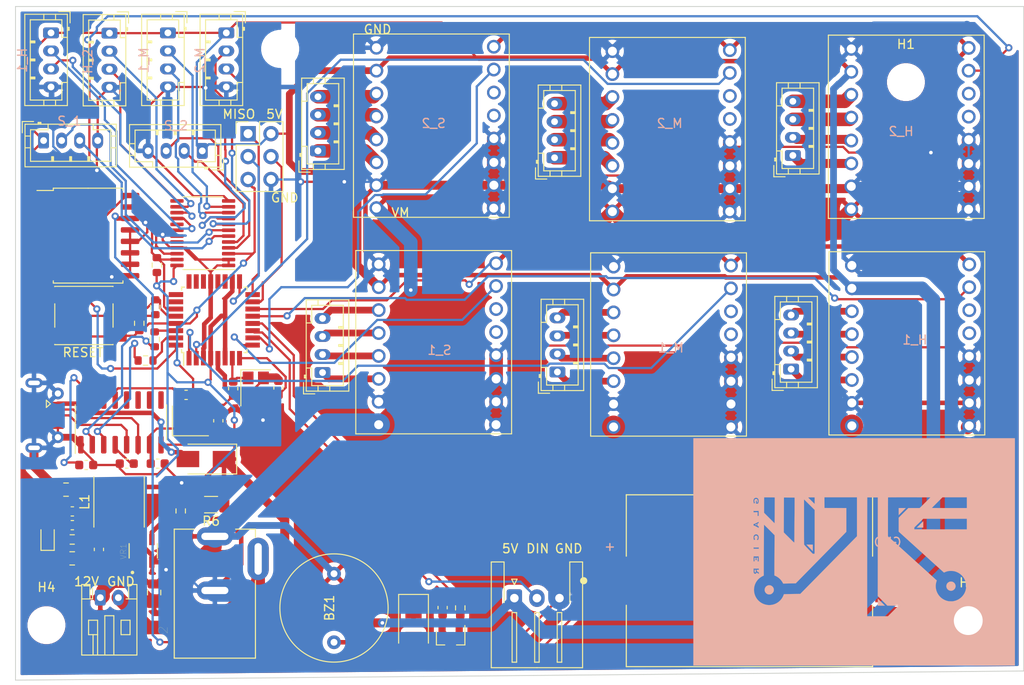
<source format=kicad_pcb>
(kicad_pcb (version 20171130) (host pcbnew "(5.1.9-0-10_14)")
  (layers (0 F.Cu signal) (31 B.Cu signal) (34 B.Paste user) (35 F.Paste user) (36 B.SilkS user) (37 F.SilkS user) (38 B.Mask user) (39 F.Mask user) (44 Edge.Cuts user))
  (net 0 "")
  (net 1 "Net-(BT1-Pad1)")
  (net 2 +5V)
  (net 3 XTAL1)
  (net 4 XTAL2)
  (net 5 12V)
  (net 6 "Net-(C8-Pad2)")
  (net 7 VBST)
  (net 8 VIN)
  (net 9 "Net-(C11-Pad1)")
  (net 10 "Net-(C12-Pad1)")
  (net 11 "Net-(C13-Pad1)")
  (net 12 "Net-(D1-Pad2)")
  (net 13 LED_DA)
  (net 14 BAT_GND)
  (net 15 RESET)
  (net 16 MOSI)
  (net 17 SCK)
  (net 18 MISO)
  (net 19 D-)
  (net 20 D+)
  (net 21 SDA)
  (net 22 "Net-(R3-Pad2)")
  (net 23 TX)
  (net 24 "Net-(R4-Pad2)")
  (net 25 RX)
  (net 26 SCL)
  (net 27 VFB)
  (net 28 "Net-(J5-Pad4)")
  (net 29 "Net-(J5-Pad3)")
  (net 30 "Net-(J5-Pad2)")
  (net 31 "Net-(J5-Pad1)")
  (net 32 "Net-(J6-Pad4)")
  (net 33 "Net-(J6-Pad3)")
  (net 34 "Net-(J6-Pad2)")
  (net 35 "Net-(J6-Pad1)")
  (net 36 "Net-(J7-Pad4)")
  (net 37 "Net-(J7-Pad3)")
  (net 38 "Net-(J7-Pad2)")
  (net 39 "Net-(J7-Pad1)")
  (net 40 "Net-(J8-Pad4)")
  (net 41 "Net-(J8-Pad3)")
  (net 42 "Net-(J8-Pad2)")
  (net 43 "Net-(J8-Pad1)")
  (net 44 "Net-(J9-Pad4)")
  (net 45 "Net-(J9-Pad3)")
  (net 46 "Net-(J9-Pad2)")
  (net 47 "Net-(J9-Pad1)")
  (net 48 "Net-(J10-Pad4)")
  (net 49 "Net-(J10-Pad3)")
  (net 50 "Net-(J10-Pad2)")
  (net 51 "Net-(J10-Pad1)")
  (net 52 P1)
  (net 53 DIR)
  (net 54 P0)
  (net 55 PDN)
  (net 56 P5)
  (net 57 P4)
  (net 58 P3)
  (net 59 P2)
  (net 60 "Net-(C14-Pad1)")
  (net 61 SD2)
  (net 62 SC2)
  (net 63 SD4)
  (net 64 SC4)
  (net 65 SD0)
  (net 66 SC0)
  (net 67 SD1)
  (net 68 SC1)
  (net 69 SD3)
  (net 70 SC3)
  (net 71 SD5)
  (net 72 SC5)
  (net 73 Buzzer)
  (net 74 "Net-(BZ1-Pad2)")
  (net 75 "Net-(Q1-Pad1)")
  (module picture:logo (layer B.Cu) (at 202.692 116.332 180)
    (fp_text reference G*** hide)
    (fp_text value LOGO hide)
  )
  (module Buzzer:buzzer (layer F.Cu) (at 145.034 122.555 270)
    (fp_text reference BZ1 (at 0 0.5 90) (layer F.SilkS))
    (fp_text value Buzzer)
    (pad 2 thru_hole circle (at 3.8 0 270) (size 1.524 1.524) (drill 0.762) (layers *.Cu *.Mask) (net 74 "Net-(BZ1-Pad2)"))
    (pad 1 thru_hole circle (at -3.8 0 270) (size 1.524 1.524) (drill 0.762) (layers *.Cu *.Mask) (net 5 12V))
  )
  (module Package_SO:SOIC-16W_7.5x10.3mm_P1.27mm (layer F.Cu) (at 117.778 81.28)
    (fp_text reference U1)
    (fp_text value DS3231M)
    (pad 16 smd roundrect (at 4.65 -4.445) (size 2.05 0.6) (layers F.Cu F.Paste F.Mask) (net 26 SCL))
    (pad 15 smd roundrect (at 4.65 -3.175) (size 2.05 0.6) (layers F.Cu F.Paste F.Mask) (net 21 SDA))
    (pad 14 smd roundrect (at 4.65 -1.905) (size 2.05 0.6) (layers F.Cu F.Paste F.Mask) (net 1 "Net-(BT1-Pad1)"))
    (pad 13 smd roundrect (at 4.65 -0.635) (size 2.05 0.6) (layers F.Cu F.Paste F.Mask) (net 55 PDN))
    (pad 12 smd roundrect (at 4.65 0.635) (size 2.05 0.6) (layers F.Cu F.Paste F.Mask) (net 55 PDN))
    (pad 11 smd roundrect (at 4.65 1.905) (size 2.05 0.6) (layers F.Cu F.Paste F.Mask) (net 55 PDN))
    (pad 10 smd roundrect (at 4.65 3.175) (size 2.05 0.6) (layers F.Cu F.Paste F.Mask) (net 55 PDN))
    (pad 9 smd roundrect (at 4.65 4.445) (size 2.05 0.6) (layers F.Cu F.Paste F.Mask) (net 55 PDN))
    (pad 8 smd roundrect (at -4.65 4.445) (size 2.05 0.6) (layers F.Cu F.Paste F.Mask) (net 55 PDN))
    (pad 7 smd roundrect (at -4.65 3.175) (size 2.05 0.6) (layers F.Cu F.Paste F.Mask) (net 55 PDN))
    (pad 6 smd roundrect (at -4.65 1.905) (size 2.05 0.6) (layers F.Cu F.Paste F.Mask) (net 55 PDN))
    (pad 5 smd roundrect (at -4.65 0.635) (size 2.05 0.6) (layers F.Cu F.Paste F.Mask) (net 55 PDN))
    (pad 4 smd roundrect (at -4.65 -0.635) (size 2.05 0.6) (layers F.Cu F.Paste F.Mask) (net 2 +5V))
    (pad 3 smd roundrect (at -4.65 -1.905) (size 2.05 0.6) (layers F.Cu F.Paste F.Mask))
    (pad 2 smd roundrect (at -4.65 -3.175) (size 2.05 0.6) (layers F.Cu F.Paste F.Mask) (net 2 +5V))
    (pad 1 smd roundrect (at -4.65 -4.445) (size 2.05 0.6) (layers F.Cu F.Paste F.Mask))
  )
  (module Resistor_SMD:R_0603_1608Metric (layer F.Cu) (at 159.0294 122.5428 90)
    (fp_text reference R9 hide)
    (fp_text value 1k)
    (pad 2 smd roundrect (at 0.825 0 90) (size 0.8 0.95) (layers F.Cu F.Paste F.Mask) (net 73 Buzzer))
    (pad 1 smd roundrect (at -0.825 0 90) (size 0.8 0.95) (layers F.Cu F.Paste F.Mask) (net 75 "Net-(Q1-Pad1)"))
  )
  (module Resistor_SMD:R_1206_3216Metric (layer F.Cu) (at 131.4089 111.0996 180)
    (fp_text reference R6 (at 0 -1.82) (layer F.SilkS))
    (fp_text value 56.2k)
    (pad 2 smd roundrect (at 1.4625 0 180) (size 1.125 1.75) (layers F.Cu F.Paste F.Mask) (roundrect_rratio 0.222222) (net 27 VFB))
    (pad 1 smd roundrect (at -1.4625 0 180) (size 1.125 1.75) (layers F.Cu F.Paste F.Mask) (roundrect_rratio 0.222222) (net 2 +5V))
  )
  (module Package_TO_SOT_SMD:SOT-23 (layer F.Cu) (at 157.9626 125.8918 270)
    (fp_text reference Q1 hide)
    (fp_text value Q_NPN_BEC)
    (pad 3 smd rect (at 1 0 270) (size 0.9 0.8) (layers F.Cu F.Paste F.Mask) (net 74 "Net-(BZ1-Pad2)"))
    (pad 2 smd rect (at -1 0.95 270) (size 0.9 0.8) (layers F.Cu F.Paste F.Mask) (net 55 PDN))
    (pad 1 smd rect (at -1 -0.95 270) (size 0.9 0.8) (layers F.Cu F.Paste F.Mask) (net 75 "Net-(Q1-Pad1)"))
  )
  (module Diode_SMD:D_SMA (layer F.Cu) (at 153.8478 124.4534 270)
    (fp_text reference D3 hide)
    (fp_text value 1N5819)
    (pad 2 smd rect (at 2 0 270) (size 2.5 1.8) (layers F.Cu F.Paste F.Mask) (net 74 "Net-(BZ1-Pad2)"))
    (pad 1 smd rect (at -2 0 270) (size 2.5 1.8) (layers F.Cu F.Paste F.Mask) (net 5 12V))
  )
  (module Capacitor_SMD:C_0603_1608Metric (layer F.Cu) (at 157.0736 122.5166 270)
    (fp_text reference C15 hide)
    (fp_text value 100nF)
    (pad 2 smd roundrect (at 0.775 0 270) (size 0.9 0.95) (layers F.Cu F.Paste F.Mask) (net 55 PDN))
    (pad 1 smd roundrect (at -0.775 0 270) (size 0.9 0.95) (layers F.Cu F.Paste F.Mask) (net 5 12V))
  )
  (module Inductor_SMD:L_Coilcraft_XAL5030 (layer F.Cu) (at 121.2088 110.7988 90)
    (fp_text reference L1 (at 0 -3.81 90) (layer F.SilkS))
    (fp_text value 4.7uH)
    (pad 2 smd rect (at 1.655 0 90) (size 1.2 4.7) (layers F.Cu F.Paste F.Mask) (net 2 +5V))
    (pad 1 smd rect (at -1.655 0 90) (size 1.2 4.7) (layers F.Cu F.Paste F.Mask) (net 6 "Net-(C8-Pad2)"))
  )
  (module Connector_JST:JST_XH_S3B-XH-A-1_1x03_P2.50mm_Horizontal (layer F.Cu) (at 165.0276 121.4628)
    (fp_text reference J1 hide)
    (fp_text value WS2812)
    (pad 3 thru_hole oval (at 5 0) (size 1.7 1.95) (drill 0.95) (layers *.Cu *.Mask) (net 55 PDN))
    (pad 2 thru_hole oval (at 2.5 0) (size 1.7 1.95) (drill 0.95) (layers *.Cu *.Mask) (net 13 LED_DA))
    (pad 1 thru_hole roundrect (at 0 0) (size 1.7 1.95) (drill 0.95) (layers *.Cu *.Mask) (roundrect_rratio 0.1470588235294118) (net 2 +5V))
  )
  (module TPS561208DDCR:SOT95P280X110-6N (layer F.Cu) (at 123.891 116.22 90)
    (fp_text reference VR1 (at -0.068 -2.2064 90) (layer F.SilkS) (effects (font (size 0.64 0.64) (thickness 0.015))))
    (fp_text value TPS561208DDCR)
    (pad 6 smd rect (at 1.255 -0.95 90) (size 1.25 0.59) (layers F.Cu F.Paste F.Mask) (net 7 VBST))
    (pad 5 smd rect (at 1.255 0 90) (size 1.25 0.59) (layers F.Cu F.Paste F.Mask) (net 5 12V))
    (pad 4 smd rect (at 1.255 0.95 90) (size 1.25 0.59) (layers F.Cu F.Paste F.Mask) (net 27 VFB))
    (pad 3 smd rect (at -1.255 0.95 90) (size 1.25 0.59) (layers F.Cu F.Paste F.Mask) (net 5 12V))
    (pad 2 smd rect (at -1.255 0 90) (size 1.25 0.59) (layers F.Cu F.Paste F.Mask) (net 6 "Net-(C8-Pad2)"))
    (pad 1 smd rect (at -1.255 -0.95 90) (size 1.25 0.59) (layers F.Cu F.Paste F.Mask) (net 55 PDN))
  )
  (module TMC2208:TMC2208 (layer F.Cu) (at 207.518 104.902 180)
    (fp_text reference U3 hide)
    (fp_text value M_H_1 hide)
    (pad 8 thru_hole circle (at -7.93496 20.43176 180) (size 1.524 1.524) (drill 1) (layers *.Cu *.Mask) (net 53 DIR))
    (pad 7 thru_hole circle (at -7.92988 17.907 180) (size 1.524 1.524) (drill 1) (layers *.Cu *.Mask) (net 54 P0))
    (pad 6 thru_hole circle (at -7.94004 15.35684 180) (size 1.524 1.524) (drill 1) (layers *.Cu *.Mask))
    (pad 5 thru_hole circle (at -7.94004 12.80668 180) (size 1.524 1.524) (drill 1) (layers *.Cu *.Mask))
    (pad 4 thru_hole circle (at -7.94004 10.25144 180) (size 1.524 1.524) (drill 1) (layers *.Cu *.Mask) (net 55 PDN))
    (pad 3 thru_hole circle (at -7.94004 7.60984 180) (size 1.524 1.524) (drill 1) (layers *.Cu *.Mask) (net 55 PDN))
    (pad 2 thru_hole circle (at -7.94004 5.08508 180) (size 1.524 1.524) (drill 1) (layers *.Cu *.Mask) (net 55 PDN))
    (pad 1 thru_hole circle (at -7.9248 2.54 180) (size 1.524 1.524) (drill 1) (layers *.Cu *.Mask) (net 55 PDN))
    (pad 16 thru_hole circle (at 5.08 20.32 180) (size 1.524 1.524) (drill 1) (layers *.Cu *.Mask) (net 55 PDN))
    (pad 15 thru_hole circle (at 5.08 17.78 180) (size 1.524 1.524) (drill 1) (layers *.Cu *.Mask) (net 2 +5V))
    (pad 14 thru_hole circle (at 5.08 15.24 180) (size 1.524 1.524) (drill 1) (layers *.Cu *.Mask) (net 28 "Net-(J5-Pad4)"))
    (pad 13 thru_hole circle (at 5.08 12.7 180) (size 1.524 1.524) (drill 1) (layers *.Cu *.Mask) (net 29 "Net-(J5-Pad3)"))
    (pad 12 thru_hole circle (at 5.08 10.16 180) (size 1.524 1.524) (drill 1) (layers *.Cu *.Mask) (net 30 "Net-(J5-Pad2)"))
    (pad 11 thru_hole circle (at 5.08 7.62 180) (size 1.524 1.524) (drill 1) (layers *.Cu *.Mask) (net 31 "Net-(J5-Pad1)"))
    (pad 10 thru_hole circle (at 5.08 5.08 180) (size 1.524 1.524) (drill 1) (layers *.Cu *.Mask) (net 55 PDN))
    (pad 9 thru_hole circle (at 5.08 2.54 180) (size 1.524 1.524) (drill 1) (layers *.Cu *.Mask) (net 5 12V))
  )
  (module USB:MicroXNJ (layer F.Cu) (at 114.427 101.204 270)
    (fp_text reference J11 hide)
    (fp_text value USB_B_Micro)
    (pad 6 thru_hole oval (at 3.6 2.65) (size 1.9 1.07) (drill oval 1.3 0.5) (layers *.Cu *.Mask) (net 55 PDN))
    (pad 6 thru_hole circle (at 2.425 0) (size 1.3 1.3) (drill 0.7) (layers *.Cu *.Mask) (net 55 PDN))
    (pad 1 smd rect (at -1.3 0) (size 1.25 0.4) (layers F.Cu F.Paste F.Mask) (net 8 VIN))
    (pad 3 smd rect (at 0 0) (size 1.25 0.4) (layers F.Cu F.Paste F.Mask) (net 20 D+))
    (pad 4 smd rect (at 0.65 0) (size 1.25 0.4) (layers F.Cu F.Paste F.Mask))
    (pad 6 thru_hole oval (at -3.6 2.65) (size 1.9 1.07) (drill oval 1.3 0.5) (layers *.Cu *.Mask) (net 55 PDN))
    (pad 6 thru_hole circle (at -2.425 0) (size 1.3 1.3) (drill 0.7) (layers *.Cu *.Mask) (net 55 PDN))
    (pad 6 smd rect (at -0.8 2.675) (size 1.35 0.6) (layers F.Cu F.Paste F.Mask) (net 55 PDN))
    (pad 2 smd rect (at -0.65 0) (size 1.25 0.4) (layers F.Cu F.Paste F.Mask) (net 19 D-))
    (pad 5 smd rect (at 1.3 0) (size 1.25 0.4) (layers F.Cu F.Paste F.Mask) (net 55 PDN))
    (pad 6 smd rect (at 0.8 2.675) (size 1.35 0.6) (layers F.Cu F.Paste F.Mask) (net 55 PDN))
  )
  (module Connector_JST:JST_PH_B4B-PH-K_1x04_P2.00mm_Vertical (layer F.Cu) (at 112.84 70.739)
    (fp_text reference J15 hide)
    (fp_text value Enc_S_1)
    (pad 4 thru_hole oval (at 6 0) (size 1.2 1.75) (drill 0.75) (layers *.Cu *.Mask) (net 55 PDN))
    (pad 3 thru_hole oval (at 4 0) (size 1.2 1.75) (drill 0.75) (layers *.Cu *.Mask) (net 67 SD1))
    (pad 2 thru_hole oval (at 2 0) (size 1.2 1.75) (drill 0.75) (layers *.Cu *.Mask) (net 68 SC1))
    (pad 1 thru_hole roundrect (at 0 0) (size 1.2 1.75) (drill 0.75) (layers *.Cu *.Mask) (roundrect_rratio 0.2083325) (net 2 +5V))
  )
  (module Connector_PinHeader_2.54mm:PinHeader_2x03_P2.54mm_Vertical (layer F.Cu) (at 135.509 69.977)
    (fp_text reference J4)
    (fp_text value ICSP)
    (pad 6 thru_hole oval (at 2.54 5.08) (size 1.7 1.7) (drill 1) (layers *.Cu *.Mask) (net 55 PDN))
    (pad 5 thru_hole oval (at 0 5.08) (size 1.7 1.7) (drill 1) (layers *.Cu *.Mask) (net 15 RESET))
    (pad 4 thru_hole oval (at 2.54 2.54) (size 1.7 1.7) (drill 1) (layers *.Cu *.Mask) (net 16 MOSI))
    (pad 3 thru_hole oval (at 0 2.54) (size 1.7 1.7) (drill 1) (layers *.Cu *.Mask) (net 17 SCK))
    (pad 2 thru_hole oval (at 2.54 0) (size 1.7 1.7) (drill 1) (layers *.Cu *.Mask) (net 2 +5V))
    (pad 1 thru_hole rect (at 0 0) (size 1.7 1.7) (drill 1) (layers *.Cu *.Mask) (net 18 MISO))
  )
  (module Package_SO:TSSOP-24_4.4x7.8mm_P0.65mm (layer F.Cu) (at 130.4875 81.007 180)
    (fp_text reference U10 hide)
    (fp_text value TCA9548APWR)
    (pad 24 smd roundrect (at 2.8625 -3.575 180) (size 1.475 0.4) (layers F.Cu F.Paste F.Mask) (net 2 +5V))
    (pad 23 smd roundrect (at 2.8625 -2.925 180) (size 1.475 0.4) (layers F.Cu F.Paste F.Mask) (net 21 SDA))
    (pad 22 smd roundrect (at 2.8625 -2.275 180) (size 1.475 0.4) (layers F.Cu F.Paste F.Mask) (net 26 SCL))
    (pad 21 smd roundrect (at 2.8625 -1.625 180) (size 1.475 0.4) (layers F.Cu F.Paste F.Mask) (net 55 PDN))
    (pad 20 smd roundrect (at 2.8625 -0.975 180) (size 1.475 0.4) (layers F.Cu F.Paste F.Mask))
    (pad 19 smd roundrect (at 2.8625 -0.325 180) (size 1.475 0.4) (layers F.Cu F.Paste F.Mask))
    (pad 18 smd roundrect (at 2.8625 0.325 180) (size 1.475 0.4) (layers F.Cu F.Paste F.Mask))
    (pad 17 smd roundrect (at 2.8625 0.975 180) (size 1.475 0.4) (layers F.Cu F.Paste F.Mask))
    (pad 16 smd roundrect (at 2.8625 1.625 180) (size 1.475 0.4) (layers F.Cu F.Paste F.Mask) (net 72 SC5))
    (pad 15 smd roundrect (at 2.8625 2.275 180) (size 1.475 0.4) (layers F.Cu F.Paste F.Mask) (net 71 SD5))
    (pad 14 smd roundrect (at 2.8625 2.925 180) (size 1.475 0.4) (layers F.Cu F.Paste F.Mask) (net 64 SC4))
    (pad 13 smd roundrect (at 2.8625 3.575 180) (size 1.475 0.4) (layers F.Cu F.Paste F.Mask) (net 63 SD4))
    (pad 12 smd roundrect (at -2.8625 3.575 180) (size 1.475 0.4) (layers F.Cu F.Paste F.Mask) (net 55 PDN))
    (pad 11 smd roundrect (at -2.8625 2.925 180) (size 1.475 0.4) (layers F.Cu F.Paste F.Mask) (net 70 SC3))
    (pad 10 smd roundrect (at -2.8625 2.275 180) (size 1.475 0.4) (layers F.Cu F.Paste F.Mask) (net 69 SD3))
    (pad 9 smd roundrect (at -2.8625 1.625 180) (size 1.475 0.4) (layers F.Cu F.Paste F.Mask) (net 62 SC2))
    (pad 8 smd roundrect (at -2.8625 0.975 180) (size 1.475 0.4) (layers F.Cu F.Paste F.Mask) (net 61 SD2))
    (pad 7 smd roundrect (at -2.8625 0.325 180) (size 1.475 0.4) (layers F.Cu F.Paste F.Mask) (net 68 SC1))
    (pad 6 smd roundrect (at -2.8625 -0.325 180) (size 1.475 0.4) (layers F.Cu F.Paste F.Mask) (net 67 SD1))
    (pad 5 smd roundrect (at -2.8625 -0.975 180) (size 1.475 0.4) (layers F.Cu F.Paste F.Mask) (net 66 SC0))
    (pad 4 smd roundrect (at -2.8625 -1.625 180) (size 1.475 0.4) (layers F.Cu F.Paste F.Mask) (net 65 SD0))
    (pad 3 smd roundrect (at -2.8625 -2.275 180) (size 1.475 0.4) (layers F.Cu F.Paste F.Mask) (net 15 RESET))
    (pad 2 smd roundrect (at -2.8625 -2.925 180) (size 1.475 0.4) (layers F.Cu F.Paste F.Mask) (net 55 PDN))
    (pad 1 smd roundrect (at -2.8625 -3.575 180) (size 1.475 0.4) (layers F.Cu F.Paste F.Mask) (net 55 PDN))
  )
  (module Connector_JST:JST_PH_B4B-PH-K_1x04_P2.00mm_Vertical (layer F.Cu) (at 113.665 58.801 270)
    (fp_text reference J17 hide)
    (fp_text value Enc_H_1 hide)
    (pad 4 thru_hole oval (at 6 0 270) (size 1.2 1.75) (drill 0.75) (layers *.Cu *.Mask) (net 55 PDN))
    (pad 3 thru_hole oval (at 4 0 270) (size 1.2 1.75) (drill 0.75) (layers *.Cu *.Mask) (net 71 SD5))
    (pad 2 thru_hole oval (at 2 0 270) (size 1.2 1.75) (drill 0.75) (layers *.Cu *.Mask) (net 72 SC5))
    (pad 1 thru_hole roundrect (at 0 0 270) (size 1.2 1.75) (drill 0.75) (layers *.Cu *.Mask) (roundrect_rratio 0.2083325) (net 2 +5V))
  )
  (module Connector_JST:JST_PH_B4B-PH-K_1x04_P2.00mm_Vertical (layer F.Cu) (at 126.619 58.801 270)
    (fp_text reference J16)
    (fp_text value Enc_M1 hide)
    (pad 4 thru_hole oval (at 6 0 270) (size 1.2 1.75) (drill 0.75) (layers *.Cu *.Mask) (net 55 PDN))
    (pad 3 thru_hole oval (at 4 0 270) (size 1.2 1.75) (drill 0.75) (layers *.Cu *.Mask) (net 69 SD3))
    (pad 2 thru_hole oval (at 2 0 270) (size 1.2 1.75) (drill 0.75) (layers *.Cu *.Mask) (net 70 SC3))
    (pad 1 thru_hole roundrect (at 0 0 270) (size 1.2 1.75) (drill 0.75) (layers *.Cu *.Mask) (roundrect_rratio 0.2083325) (net 2 +5V))
  )
  (module Connector_JST:JST_PH_B4B-PH-K_1x04_P2.00mm_Vertical (layer F.Cu) (at 130.429 71.882 180)
    (fp_text reference J14)
    (fp_text value Enc_S_2)
    (pad 4 thru_hole oval (at 6 0 180) (size 1.2 1.75) (drill 0.75) (layers *.Cu *.Mask) (net 55 PDN))
    (pad 3 thru_hole oval (at 4 0 180) (size 1.2 1.75) (drill 0.75) (layers *.Cu *.Mask) (net 65 SD0))
    (pad 2 thru_hole oval (at 2 0 180) (size 1.2 1.75) (drill 0.75) (layers *.Cu *.Mask) (net 66 SC0))
    (pad 1 thru_hole roundrect (at 0 0 180) (size 1.2 1.75) (drill 0.75) (layers *.Cu *.Mask) (roundrect_rratio 0.2083325) (net 2 +5V))
  )
  (module Connector_JST:JST_PH_B4B-PH-K_1x04_P2.00mm_Vertical (layer F.Cu) (at 120.142 58.833 270)
    (fp_text reference J13)
    (fp_text value Enc_H_2 hide)
    (pad 4 thru_hole oval (at 6 0 270) (size 1.2 1.75) (drill 0.75) (layers *.Cu *.Mask) (net 55 PDN))
    (pad 3 thru_hole oval (at 4 0 270) (size 1.2 1.75) (drill 0.75) (layers *.Cu *.Mask) (net 63 SD4))
    (pad 2 thru_hole oval (at 2 0 270) (size 1.2 1.75) (drill 0.75) (layers *.Cu *.Mask) (net 64 SC4))
    (pad 1 thru_hole roundrect (at 0 0 270) (size 1.2 1.75) (drill 0.75) (layers *.Cu *.Mask) (roundrect_rratio 0.2083325) (net 2 +5V))
  )
  (module Connector_JST:JST_PH_B4B-PH-K_1x04_P2.00mm_Vertical (layer F.Cu) (at 133.096 58.801 270)
    (fp_text reference J12)
    (fp_text value Enc_M_2)
    (pad 4 thru_hole oval (at 6 0 270) (size 1.2 1.75) (drill 0.75) (layers *.Cu *.Mask) (net 55 PDN))
    (pad 3 thru_hole oval (at 4 0 270) (size 1.2 1.75) (drill 0.75) (layers *.Cu *.Mask) (net 61 SD2))
    (pad 2 thru_hole oval (at 2 0 270) (size 1.2 1.75) (drill 0.75) (layers *.Cu *.Mask) (net 62 SC2))
    (pad 1 thru_hole roundrect (at 0 0 270) (size 1.2 1.75) (drill 0.75) (layers *.Cu *.Mask) (roundrect_rratio 0.2083325) (net 2 +5V))
  )
  (module MountingHole:MountingHole_3.2mm_M3 (layer F.Cu) (at 113.157 124.46)
    (fp_text reference H4 (at 0 -4.2) (layer F.SilkS))
    (fp_text value MountingHole)
    (pad 1 np_thru_hole circle (at 0 0) (size 3.2 3.2) (drill 3.2) (layers *.Cu *.Mask))
  )
  (module MountingHole:MountingHole_3.2mm_M3 (layer F.Cu) (at 215.3412 123.952)
    (fp_text reference H3 (at 0 -4.2) (layer F.SilkS))
    (fp_text value MountingHole)
    (pad 1 np_thru_hole circle (at 0 0) (size 3.2 3.2) (drill 3.2) (layers *.Cu *.Mask))
  )
  (module MountingHole:MountingHole_3.2mm_M3 (layer F.Cu) (at 139.065 60.579)
    (fp_text reference H2 hide)
    (fp_text value MountingHole)
    (pad 1 np_thru_hole circle (at 0 0) (size 3.2 3.2) (drill 3.2) (layers *.Cu *.Mask))
  )
  (module MountingHole:MountingHole_3.2mm_M3 (layer F.Cu) (at 208.4324 64.262)
    (fp_text reference H1 (at 0 -4.2) (layer F.SilkS))
    (fp_text value MountingHole)
    (pad 1 np_thru_hole circle (at 0 0) (size 3.2 3.2) (drill 3.2) (layers *.Cu *.Mask))
  )
  (module Capacitor_SMD:C_0603_1608Metric (layer F.Cu) (at 128.638 98.933)
    (fp_text reference C14 hide)
    (fp_text value 100nF)
    (pad 2 smd roundrect (at 0.775 0) (size 0.9 0.95) (layers F.Cu F.Paste F.Mask) (net 15 RESET))
    (pad 1 smd roundrect (at -0.775 0) (size 0.9 0.95) (layers F.Cu F.Paste F.Mask) (net 60 "Net-(C14-Pad1)"))
  )
  (module Resistor_SMD:R_0603_1608Metric (layer F.Cu) (at 125.222 89.218 90)
    (fp_text reference R5 hide)
    (fp_text value 4k7)
    (pad 2 smd roundrect (at 0.825 0 90) (size 0.8 0.95) (layers F.Cu F.Paste F.Mask) (net 26 SCL))
    (pad 1 smd roundrect (at -0.825 0 90) (size 0.8 0.95) (layers F.Cu F.Paste F.Mask) (net 2 +5V))
  )
  (module Resistor_SMD:R_0603_1608Metric (layer F.Cu) (at 125.3998 84.5434 90)
    (fp_text reference R2 hide)
    (fp_text value 4k7)
    (pad 2 smd roundrect (at 0.825 0 90) (size 0.8 0.95) (layers F.Cu F.Paste F.Mask) (net 21 SDA))
    (pad 1 smd roundrect (at -0.825 0 90) (size 0.8 0.95) (layers F.Cu F.Paste F.Mask) (net 2 +5V))
  )
  (module Capacitor_SMD:C_0805_2012Metric (layer F.Cu) (at 115.3305 109.4359 180)
    (fp_text reference C5 hide)
    (fp_text value 4.7uF)
    (pad 2 smd roundrect (at 0.95 0 180) (size 1 1.45) (layers F.Cu F.Paste F.Mask) (net 55 PDN))
    (pad 1 smd roundrect (at -0.95 0 180) (size 1 1.45) (layers F.Cu F.Paste F.Mask) (net 2 +5V))
  )
  (module Crystal:Crystal_SMD_3225-4Pin_3.2x2.5mm (layer F.Cu) (at 129.116 101.815)
    (fp_text reference Y2 hide)
    (fp_text value 12Mhz)
    (pad 4 smd rect (at -1.1 -0.85) (size 1.4 1.2) (layers F.Cu F.Paste F.Mask) (net 55 PDN))
    (pad 3 smd rect (at 1.1 -0.85) (size 1.4 1.2) (layers F.Cu F.Paste F.Mask) (net 11 "Net-(C13-Pad1)"))
    (pad 2 smd rect (at 1.1 0.85) (size 1.4 1.2) (layers F.Cu F.Paste F.Mask) (net 55 PDN))
    (pad 1 smd rect (at -1.1 0.85) (size 1.4 1.2) (layers F.Cu F.Paste F.Mask) (net 9 "Net-(C11-Pad1)"))
  )
  (module Capacitor_SMD:C_0603_1608Metric (layer F.Cu) (at 132.207 101.8035 270)
    (fp_text reference C13 hide)
    (fp_text value 22pF)
    (pad 2 smd roundrect (at 0.775 0 270) (size 0.9 0.95) (layers F.Cu F.Paste F.Mask) (net 55 PDN))
    (pad 1 smd roundrect (at -0.775 0 270) (size 0.9 0.95) (layers F.Cu F.Paste F.Mask) (net 11 "Net-(C13-Pad1)"))
  )
  (module Capacitor_SMD:C_0603_1608Metric (layer F.Cu) (at 125.489 106.553)
    (fp_text reference C11 hide)
    (fp_text value 22pF)
    (pad 2 smd roundrect (at 0.775 0) (size 0.9 0.95) (layers F.Cu F.Paste F.Mask) (net 55 PDN))
    (pad 1 smd roundrect (at -0.775 0) (size 0.9 0.95) (layers F.Cu F.Paste F.Mask) (net 9 "Net-(C11-Pad1)"))
  )
  (module Diode_SMD:D_SMA (layer F.Cu) (at 130.842 106.045 180)
    (fp_text reference D2 hide)
    (fp_text value 1N5819)
    (pad 2 smd rect (at 2 0 180) (size 2.5 1.8) (layers F.Cu F.Paste F.Mask) (net 8 VIN))
    (pad 1 smd rect (at -2 0 180) (size 2.5 1.8) (layers F.Cu F.Paste F.Mask) (net 2 +5V))
  )
  (module Crystal:Crystal_SMD_3225-4Pin_3.2x2.5mm (layer F.Cu) (at 136.359 98.1505 270)
    (fp_text reference Y1 hide)
    (fp_text value 16Mhz)
    (pad 4 smd rect (at -1.1 -0.85 270) (size 1.4 1.2) (layers F.Cu F.Paste F.Mask) (net 55 PDN))
    (pad 3 smd rect (at 1.1 -0.85 270) (size 1.4 1.2) (layers F.Cu F.Paste F.Mask) (net 4 XTAL2))
    (pad 2 smd rect (at 1.1 0.85 270) (size 1.4 1.2) (layers F.Cu F.Paste F.Mask) (net 55 PDN))
    (pad 1 smd rect (at -1.1 0.85 270) (size 1.4 1.2) (layers F.Cu F.Paste F.Mask) (net 3 XTAL1))
  )
  (module Package_SO:SOIC-16_3.9x9.9mm_P1.27mm (layer F.Cu) (at 121.412 101.9795 90)
    (fp_text reference U9 hide)
    (fp_text value CH340G)
    (pad 16 smd roundrect (at 2.475 -4.445 90) (size 1.95 0.6) (layers F.Cu F.Paste F.Mask) (net 8 VIN))
    (pad 15 smd roundrect (at 2.475 -3.175 90) (size 1.95 0.6) (layers F.Cu F.Paste F.Mask))
    (pad 14 smd roundrect (at 2.475 -1.905 90) (size 1.95 0.6) (layers F.Cu F.Paste F.Mask))
    (pad 13 smd roundrect (at 2.475 -0.635 90) (size 1.95 0.6) (layers F.Cu F.Paste F.Mask) (net 60 "Net-(C14-Pad1)"))
    (pad 12 smd roundrect (at 2.475 0.635 90) (size 1.95 0.6) (layers F.Cu F.Paste F.Mask))
    (pad 11 smd roundrect (at 2.475 1.905 90) (size 1.95 0.6) (layers F.Cu F.Paste F.Mask))
    (pad 10 smd roundrect (at 2.475 3.175 90) (size 1.95 0.6) (layers F.Cu F.Paste F.Mask))
    (pad 9 smd roundrect (at 2.475 4.445 90) (size 1.95 0.6) (layers F.Cu F.Paste F.Mask))
    (pad 8 smd roundrect (at -2.475 4.445 90) (size 1.95 0.6) (layers F.Cu F.Paste F.Mask) (net 11 "Net-(C13-Pad1)"))
    (pad 7 smd roundrect (at -2.475 3.175 90) (size 1.95 0.6) (layers F.Cu F.Paste F.Mask) (net 9 "Net-(C11-Pad1)"))
    (pad 6 smd roundrect (at -2.475 1.905 90) (size 1.95 0.6) (layers F.Cu F.Paste F.Mask) (net 19 D-))
    (pad 5 smd roundrect (at -2.475 0.635 90) (size 1.95 0.6) (layers F.Cu F.Paste F.Mask) (net 20 D+))
    (pad 4 smd roundrect (at -2.475 -0.635 90) (size 1.95 0.6) (layers F.Cu F.Paste F.Mask) (net 10 "Net-(C12-Pad1)"))
    (pad 3 smd roundrect (at -2.475 -1.905 90) (size 1.95 0.6) (layers F.Cu F.Paste F.Mask) (net 25 RX))
    (pad 2 smd roundrect (at -2.475 -3.175 90) (size 1.95 0.6) (layers F.Cu F.Paste F.Mask) (net 23 TX))
    (pad 1 smd roundrect (at -2.475 -4.445 90) (size 1.95 0.6) (layers F.Cu F.Paste F.Mask) (net 55 PDN))
  )
  (module Package_QFP:TQFP-32_7x7mm_P0.8mm (layer F.Cu) (at 131.7625 90.6145 90)
    (fp_text reference U2 hide)
    (fp_text value ATmega328P-AU)
    (pad 32 smd rect (at -2.8 -4.25 180) (size 1.6 0.55) (layers F.Cu F.Paste F.Mask) (net 52 P1))
    (pad 31 smd rect (at -2 -4.25 180) (size 1.6 0.55) (layers F.Cu F.Paste F.Mask) (net 24 "Net-(R4-Pad2)"))
    (pad 30 smd rect (at -1.2 -4.25 180) (size 1.6 0.55) (layers F.Cu F.Paste F.Mask) (net 22 "Net-(R3-Pad2)"))
    (pad 29 smd rect (at -0.4 -4.25 180) (size 1.6 0.55) (layers F.Cu F.Paste F.Mask) (net 15 RESET))
    (pad 28 smd rect (at 0.4 -4.25 180) (size 1.6 0.55) (layers F.Cu F.Paste F.Mask) (net 26 SCL))
    (pad 27 smd rect (at 1.2 -4.25 180) (size 1.6 0.55) (layers F.Cu F.Paste F.Mask) (net 21 SDA))
    (pad 26 smd rect (at 2 -4.25 180) (size 1.6 0.55) (layers F.Cu F.Paste F.Mask))
    (pad 25 smd rect (at 2.8 -4.25 180) (size 1.6 0.55) (layers F.Cu F.Paste F.Mask))
    (pad 24 smd rect (at 4.25 -2.8 90) (size 1.6 0.55) (layers F.Cu F.Paste F.Mask))
    (pad 23 smd rect (at 4.25 -2 90) (size 1.6 0.55) (layers F.Cu F.Paste F.Mask))
    (pad 22 smd rect (at 4.25 -1.2 90) (size 1.6 0.55) (layers F.Cu F.Paste F.Mask))
    (pad 21 smd rect (at 4.25 -0.4 90) (size 1.6 0.55) (layers F.Cu F.Paste F.Mask) (net 55 PDN))
    (pad 20 smd rect (at 4.25 0.4 90) (size 1.6 0.55) (layers F.Cu F.Paste F.Mask))
    (pad 19 smd rect (at 4.25 1.2 90) (size 1.6 0.55) (layers F.Cu F.Paste F.Mask))
    (pad 18 smd rect (at 4.25 2 90) (size 1.6 0.55) (layers F.Cu F.Paste F.Mask) (net 2 +5V))
    (pad 17 smd rect (at 4.25 2.8 90) (size 1.6 0.55) (layers F.Cu F.Paste F.Mask) (net 17 SCK))
    (pad 16 smd rect (at 2.8 4.25 180) (size 1.6 0.55) (layers F.Cu F.Paste F.Mask) (net 18 MISO))
    (pad 15 smd rect (at 2 4.25 180) (size 1.6 0.55) (layers F.Cu F.Paste F.Mask) (net 16 MOSI))
    (pad 14 smd rect (at 1.2 4.25 180) (size 1.6 0.55) (layers F.Cu F.Paste F.Mask) (net 53 DIR))
    (pad 13 smd rect (at 0.4 4.25 180) (size 1.6 0.55) (layers F.Cu F.Paste F.Mask) (net 54 P0))
    (pad 12 smd rect (at -0.4 4.25 180) (size 1.6 0.55) (layers F.Cu F.Paste F.Mask) (net 73 Buzzer))
    (pad 11 smd rect (at -1.2 4.25 180) (size 1.6 0.55) (layers F.Cu F.Paste F.Mask) (net 13 LED_DA))
    (pad 10 smd rect (at -2 4.25 180) (size 1.6 0.55) (layers F.Cu F.Paste F.Mask) (net 56 P5))
    (pad 9 smd rect (at -2.8 4.25 180) (size 1.6 0.55) (layers F.Cu F.Paste F.Mask) (net 57 P4))
    (pad 8 smd rect (at -4.25 2.8 90) (size 1.6 0.55) (layers F.Cu F.Paste F.Mask) (net 4 XTAL2))
    (pad 7 smd rect (at -4.25 2 90) (size 1.6 0.55) (layers F.Cu F.Paste F.Mask) (net 3 XTAL1))
    (pad 6 smd rect (at -4.25 1.2 90) (size 1.6 0.55) (layers F.Cu F.Paste F.Mask) (net 2 +5V))
    (pad 5 smd rect (at -4.25 0.4 90) (size 1.6 0.55) (layers F.Cu F.Paste F.Mask) (net 55 PDN))
    (pad 4 smd rect (at -4.25 -0.4 90) (size 1.6 0.55) (layers F.Cu F.Paste F.Mask) (net 2 +5V))
    (pad 3 smd rect (at -4.25 -1.2 90) (size 1.6 0.55) (layers F.Cu F.Paste F.Mask) (net 55 PDN))
    (pad 2 smd rect (at -4.25 -2 90) (size 1.6 0.55) (layers F.Cu F.Paste F.Mask) (net 58 P3))
    (pad 1 smd rect (at -4.25 -2.8 90) (size 1.6 0.55) (layers F.Cu F.Paste F.Mask) (net 59 P2))
  )
  (module Button_Switch_SMD:SW_Push_1P1T_NO_6x6mm_H9.5mm (layer F.Cu) (at 117.31 90.134)
    (fp_text reference SW2 hide)
    (fp_text value SW_Push)
    (pad 2 smd rect (at 3.975 2.25) (size 1.55 1.3) (layers F.Cu F.Paste F.Mask) (net 15 RESET))
    (pad 1 smd rect (at 3.975 -2.25) (size 1.55 1.3) (layers F.Cu F.Paste F.Mask) (net 55 PDN))
    (pad 1 smd rect (at -3.975 -2.25) (size 1.55 1.3) (layers F.Cu F.Paste F.Mask) (net 55 PDN))
    (pad 2 smd rect (at -3.975 2.25) (size 1.55 1.3) (layers F.Cu F.Paste F.Mask) (net 15 RESET))
  )
  (module Resistor_SMD:R_0603_1608Metric (layer F.Cu) (at 116.014 114.9604 180)
    (fp_text reference R8 hide)
    (fp_text value 1k)
    (pad 2 smd roundrect (at 0.825 0 180) (size 0.8 0.95) (layers F.Cu F.Paste F.Mask) (net 12 "Net-(D1-Pad2)"))
    (pad 1 smd roundrect (at -0.825 0 180) (size 0.8 0.95) (layers F.Cu F.Paste F.Mask) (net 2 +5V))
  )
  (module Resistor_SMD:R_0603_1608Metric (layer F.Cu) (at 128.0414 111.7976 270)
    (fp_text reference R7 hide)
    (fp_text value 10k)
    (pad 2 smd roundrect (at 0.825 0 270) (size 0.8 0.95) (layers F.Cu F.Paste F.Mask) (net 55 PDN))
    (pad 1 smd roundrect (at -0.825 0 270) (size 0.8 0.95) (layers F.Cu F.Paste F.Mask) (net 27 VFB))
  )
  (module Resistor_SMD:R_0603_1608Metric (layer F.Cu) (at 124.143 95.123)
    (fp_text reference R4 hide)
    (fp_text value 1k)
    (pad 2 smd roundrect (at 0.825 0) (size 0.8 0.95) (layers F.Cu F.Paste F.Mask) (net 24 "Net-(R4-Pad2)"))
    (pad 1 smd roundrect (at -0.825 0) (size 0.8 0.95) (layers F.Cu F.Paste F.Mask) (net 25 RX))
  )
  (module Resistor_SMD:R_0603_1608Metric (layer F.Cu) (at 125.1585 92.774 90)
    (fp_text reference R3 hide)
    (fp_text value 1k)
    (pad 2 smd roundrect (at 0.825 0 90) (size 0.8 0.95) (layers F.Cu F.Paste F.Mask) (net 22 "Net-(R3-Pad2)"))
    (pad 1 smd roundrect (at -0.825 0 90) (size 0.8 0.95) (layers F.Cu F.Paste F.Mask) (net 23 TX))
  )
  (module Resistor_SMD:R_0603_1608Metric (layer F.Cu) (at 123.444 90.996 270)
    (fp_text reference R1 hide)
    (fp_text value 1k)
    (pad 2 smd roundrect (at 0.825 0 270) (size 0.8 0.95) (layers F.Cu F.Paste F.Mask) (net 15 RESET))
    (pad 1 smd roundrect (at -0.825 0 270) (size 0.8 0.95) (layers F.Cu F.Paste F.Mask) (net 2 +5V))
  )
  (module Connector_JST:JST_PH_B4B-PH-K_1x04_P2.00mm_Vertical (layer F.Cu) (at 169.4815 72.644 90)
    (fp_text reference J10 hide)
    (fp_text value M_M_2)
    (pad 4 thru_hole oval (at 6 0 90) (size 1.2 1.75) (drill 0.75) (layers *.Cu *.Mask) (net 48 "Net-(J10-Pad4)"))
    (pad 3 thru_hole oval (at 4 0 90) (size 1.2 1.75) (drill 0.75) (layers *.Cu *.Mask) (net 49 "Net-(J10-Pad3)"))
    (pad 2 thru_hole oval (at 2 0 90) (size 1.2 1.75) (drill 0.75) (layers *.Cu *.Mask) (net 50 "Net-(J10-Pad2)"))
    (pad 1 thru_hole roundrect (at 0 0 90) (size 1.2 1.75) (drill 0.75) (layers *.Cu *.Mask) (roundrect_rratio 0.2083325) (net 51 "Net-(J10-Pad1)"))
  )
  (module Connector_JST:JST_PH_B4B-PH-K_1x04_P2.00mm_Vertical (layer F.Cu) (at 169.799 96.393 90)
    (fp_text reference J9 hide)
    (fp_text value M_M_1)
    (pad 4 thru_hole oval (at 6 0 90) (size 1.2 1.75) (drill 0.75) (layers *.Cu *.Mask) (net 44 "Net-(J9-Pad4)"))
    (pad 3 thru_hole oval (at 4 0 90) (size 1.2 1.75) (drill 0.75) (layers *.Cu *.Mask) (net 45 "Net-(J9-Pad3)"))
    (pad 2 thru_hole oval (at 2 0 90) (size 1.2 1.75) (drill 0.75) (layers *.Cu *.Mask) (net 46 "Net-(J9-Pad2)"))
    (pad 1 thru_hole roundrect (at 0 0 90) (size 1.2 1.75) (drill 0.75) (layers *.Cu *.Mask) (roundrect_rratio 0.2083325) (net 47 "Net-(J9-Pad1)"))
  )
  (module Connector_JST:JST_PH_B4B-PH-K_1x04_P2.00mm_Vertical (layer F.Cu) (at 143.256 71.882 90)
    (fp_text reference J8 hide)
    (fp_text value M_S_2)
    (pad 4 thru_hole oval (at 6 0 90) (size 1.2 1.75) (drill 0.75) (layers *.Cu *.Mask) (net 40 "Net-(J8-Pad4)"))
    (pad 3 thru_hole oval (at 4 0 90) (size 1.2 1.75) (drill 0.75) (layers *.Cu *.Mask) (net 41 "Net-(J8-Pad3)"))
    (pad 2 thru_hole oval (at 2 0 90) (size 1.2 1.75) (drill 0.75) (layers *.Cu *.Mask) (net 42 "Net-(J8-Pad2)"))
    (pad 1 thru_hole roundrect (at 0 0 90) (size 1.2 1.75) (drill 0.75) (layers *.Cu *.Mask) (roundrect_rratio 0.2083325) (net 43 "Net-(J8-Pad1)"))
  )
  (module Connector_JST:JST_PH_B4B-PH-K_1x04_P2.00mm_Vertical (layer F.Cu) (at 195.8975 72.39 90)
    (fp_text reference J7 hide)
    (fp_text value M_H_1)
    (pad 4 thru_hole oval (at 6 0 90) (size 1.2 1.75) (drill 0.75) (layers *.Cu *.Mask) (net 36 "Net-(J7-Pad4)"))
    (pad 3 thru_hole oval (at 4 0 90) (size 1.2 1.75) (drill 0.75) (layers *.Cu *.Mask) (net 37 "Net-(J7-Pad3)"))
    (pad 2 thru_hole oval (at 2 0 90) (size 1.2 1.75) (drill 0.75) (layers *.Cu *.Mask) (net 38 "Net-(J7-Pad2)"))
    (pad 1 thru_hole roundrect (at 0 0 90) (size 1.2 1.75) (drill 0.75) (layers *.Cu *.Mask) (roundrect_rratio 0.2083325) (net 39 "Net-(J7-Pad1)"))
  )
  (module Connector_JST:JST_PH_B4B-PH-K_1x04_P2.00mm_Vertical (layer F.Cu) (at 143.764 96.4565 90)
    (fp_text reference J6 hide)
    (fp_text value M_S_1)
    (pad 4 thru_hole oval (at 6 0 90) (size 1.2 1.75) (drill 0.75) (layers *.Cu *.Mask) (net 32 "Net-(J6-Pad4)"))
    (pad 3 thru_hole oval (at 4 0 90) (size 1.2 1.75) (drill 0.75) (layers *.Cu *.Mask) (net 33 "Net-(J6-Pad3)"))
    (pad 2 thru_hole oval (at 2 0 90) (size 1.2 1.75) (drill 0.75) (layers *.Cu *.Mask) (net 34 "Net-(J6-Pad2)"))
    (pad 1 thru_hole roundrect (at 0 0 90) (size 1.2 1.75) (drill 0.75) (layers *.Cu *.Mask) (roundrect_rratio 0.2083325) (net 35 "Net-(J6-Pad1)"))
  )
  (module Connector_JST:JST_PH_B4B-PH-K_1x04_P2.00mm_Vertical (layer F.Cu) (at 195.707 96.0755 90)
    (fp_text reference J5 hide)
    (fp_text value M_H_1)
    (pad 4 thru_hole oval (at 6 0 90) (size 1.2 1.75) (drill 0.75) (layers *.Cu *.Mask) (net 28 "Net-(J5-Pad4)"))
    (pad 3 thru_hole oval (at 4 0 90) (size 1.2 1.75) (drill 0.75) (layers *.Cu *.Mask) (net 29 "Net-(J5-Pad3)"))
    (pad 2 thru_hole oval (at 2 0 90) (size 1.2 1.75) (drill 0.75) (layers *.Cu *.Mask) (net 30 "Net-(J5-Pad2)"))
    (pad 1 thru_hole roundrect (at 0 0 90) (size 1.2 1.75) (drill 0.75) (layers *.Cu *.Mask) (roundrect_rratio 0.2083325) (net 31 "Net-(J5-Pad1)"))
  )
  (module Connector_JST:JST_PH_S2B-PH-K_1x02_P2.00mm_Horizontal (layer F.Cu) (at 119.126 121.412)
    (fp_text reference J3 hide)
    (fp_text value Battery_input)
    (pad 2 thru_hole oval (at 2 0) (size 1.2 1.75) (drill 0.75) (layers *.Cu *.Mask) (net 14 BAT_GND))
    (pad 1 thru_hole roundrect (at 0 0) (size 1.2 1.75) (drill 0.75) (layers *.Cu *.Mask) (roundrect_rratio 0.2083325) (net 5 12V))
  )
  (module LED_SMD:LED_0603_1608Metric (layer F.Cu) (at 113.284 114.6809 90)
    (fp_text reference D1 hide)
    (fp_text value LED)
    (pad 2 smd roundrect (at 0.7875 0 90) (size 0.875 0.95) (layers F.Cu F.Paste F.Mask) (net 12 "Net-(D1-Pad2)"))
    (pad 1 smd roundrect (at -0.7875 0 90) (size 0.875 0.95) (layers F.Cu F.Paste F.Mask) (net 55 PDN))
  )
  (module Capacitor_SMD:C_0603_1608Metric (layer F.Cu) (at 122.0594 106.553 180)
    (fp_text reference C12 hide)
    (fp_text value 100nF)
    (pad 2 smd roundrect (at 0.775 0 180) (size 0.9 0.95) (layers F.Cu F.Paste F.Mask) (net 55 PDN))
    (pad 1 smd roundrect (at -0.775 0 180) (size 0.9 0.95) (layers F.Cu F.Paste F.Mask) (net 10 "Net-(C12-Pad1)"))
  )
  (module Capacitor_SMD:C_0603_1608Metric (layer F.Cu) (at 117.5636 106.7054)
    (fp_text reference C10 hide)
    (fp_text value 10uF)
    (pad 2 smd roundrect (at 0.775 0) (size 0.9 0.95) (layers F.Cu F.Paste F.Mask) (net 55 PDN))
    (pad 1 smd roundrect (at -0.775 0) (size 0.9 0.95) (layers F.Cu F.Paste F.Mask) (net 8 VIN))
  )
  (module Capacitor_SMD:C_0805_2012Metric (layer F.Cu) (at 116.012 117.0559 180)
    (fp_text reference C9 hide)
    (fp_text value 47uF)
    (pad 2 smd roundrect (at 0.95 0 180) (size 1 1.45) (layers F.Cu F.Paste F.Mask) (net 55 PDN))
    (pad 1 smd roundrect (at -0.95 0 180) (size 1 1.45) (layers F.Cu F.Paste F.Mask) (net 2 +5V))
  )
  (module Capacitor_SMD:C_0603_1608Metric (layer F.Cu) (at 118.9736 116.065 270)
    (fp_text reference C8 hide)
    (fp_text value 0.1uF)
    (pad 2 smd roundrect (at 0.775 0 270) (size 0.9 0.95) (layers F.Cu F.Paste F.Mask) (net 6 "Net-(C8-Pad2)"))
    (pad 1 smd roundrect (at -0.775 0 270) (size 0.9 0.95) (layers F.Cu F.Paste F.Mask) (net 7 VBST))
  )
  (module Capacitor_SMD:C_0805_2012Metric (layer F.Cu) (at 125.095 120.843 90)
    (fp_text reference C7 hide)
    (fp_text value 22u)
    (pad 2 smd roundrect (at 0.95 0 90) (size 1 1.45) (layers F.Cu F.Paste F.Mask) (net 55 PDN))
    (pad 1 smd roundrect (at -0.95 0 90) (size 1 1.45) (layers F.Cu F.Paste F.Mask) (net 5 12V))
  )
  (module Capacitor_SMD:C_0603_1608Metric (layer F.Cu) (at 138.8745 98.158 90)
    (fp_text reference C6 hide)
    (fp_text value 22pF)
    (pad 2 smd roundrect (at 0.775 0 90) (size 0.9 0.95) (layers F.Cu F.Paste F.Mask) (net 55 PDN))
    (pad 1 smd roundrect (at -0.775 0 90) (size 0.9 0.95) (layers F.Cu F.Paste F.Mask) (net 4 XTAL2))
  )
  (module Capacitor_SMD:C_0603_1608Metric (layer F.Cu) (at 116.0275 111.8489 180)
    (fp_text reference C4 hide)
    (fp_text value 1uF)
    (pad 2 smd roundrect (at 0.775 0 180) (size 0.9 0.95) (layers F.Cu F.Paste F.Mask) (net 55 PDN))
    (pad 1 smd roundrect (at -0.775 0 180) (size 0.9 0.95) (layers F.Cu F.Paste F.Mask) (net 2 +5V))
  )
  (module Capacitor_SMD:C_0603_1608Metric (layer F.Cu) (at 133.858 98.2475 90)
    (fp_text reference C3 hide)
    (fp_text value 22pF)
    (pad 2 smd roundrect (at 0.775 0 90) (size 0.9 0.95) (layers F.Cu F.Paste F.Mask) (net 3 XTAL1))
    (pad 1 smd roundrect (at -0.775 0 90) (size 0.9 0.95) (layers F.Cu F.Paste F.Mask) (net 55 PDN))
  )
  (module Capacitor_SMD:C_0603_1608Metric (layer F.Cu) (at 116.0275 113.3729 180)
    (fp_text reference C2 hide)
    (fp_text value 1uF)
    (pad 2 smd roundrect (at 0.775 0 180) (size 0.9 0.95) (layers F.Cu F.Paste F.Mask) (net 55 PDN))
    (pad 1 smd roundrect (at -0.775 0 180) (size 0.9 0.95) (layers F.Cu F.Paste F.Mask) (net 2 +5V))
  )
  (module Capacitor_SMD:C_0603_1608Metric (layer F.Cu) (at 205.727 107.061)
    (fp_text reference C1 hide)
    (fp_text value 100pF)
    (pad 2 smd roundrect (at 0.775 0) (size 0.9 0.95) (layers F.Cu F.Paste F.Mask) (net 55 PDN))
    (pad 1 smd roundrect (at -0.775 0) (size 0.9 0.95) (layers F.Cu F.Paste F.Mask) (net 1 "Net-(BT1-Pad1)"))
  )
  (module CR1225:TE_796136-1 (layer F.Cu) (at 191.0848 119.5324)
    (fp_text reference BT1 hide)
    (fp_text value BT_3v3)
    (pad 2 smd rect (at 15.52 0) (size 3.15 4.78) (layers F.Cu F.Paste F.Mask) (net 55 PDN))
    (pad 1 smd rect (at -15.52 0) (size 3.15 4.78) (layers F.Cu F.Paste F.Mask) (net 1 "Net-(BT1-Pad1)"))
  )
  (module TMC2208:TMC2208 (layer F.Cu) (at 155.067 104.775 180)
    (fp_text reference U4)
    (fp_text value M_S_1)
    (pad 8 thru_hole circle (at -7.93496 20.43176 180) (size 1.524 1.524) (drill 1) (layers *.Cu *.Mask) (net 53 DIR))
    (pad 7 thru_hole circle (at -7.92988 17.907 180) (size 1.524 1.524) (drill 1) (layers *.Cu *.Mask) (net 57 P4))
    (pad 6 thru_hole circle (at -7.94004 15.35684 180) (size 1.524 1.524) (drill 1) (layers *.Cu *.Mask))
    (pad 5 thru_hole circle (at -7.94004 12.80668 180) (size 1.524 1.524) (drill 1) (layers *.Cu *.Mask))
    (pad 4 thru_hole circle (at -7.94004 10.25144 180) (size 1.524 1.524) (drill 1) (layers *.Cu *.Mask) (net 55 PDN))
    (pad 3 thru_hole circle (at -7.94004 7.60984 180) (size 1.524 1.524) (drill 1) (layers *.Cu *.Mask) (net 55 PDN))
    (pad 2 thru_hole circle (at -7.94004 5.08508 180) (size 1.524 1.524) (drill 1) (layers *.Cu *.Mask) (net 55 PDN))
    (pad 1 thru_hole circle (at -7.9248 2.54 180) (size 1.524 1.524) (drill 1) (layers *.Cu *.Mask) (net 55 PDN))
    (pad 16 thru_hole circle (at 5.08 20.32 180) (size 1.524 1.524) (drill 1) (layers *.Cu *.Mask) (net 55 PDN))
    (pad 15 thru_hole circle (at 5.08 17.78 180) (size 1.524 1.524) (drill 1) (layers *.Cu *.Mask) (net 2 +5V))
    (pad 14 thru_hole circle (at 5.08 15.24 180) (size 1.524 1.524) (drill 1) (layers *.Cu *.Mask) (net 32 "Net-(J6-Pad4)"))
    (pad 13 thru_hole circle (at 5.08 12.7 180) (size 1.524 1.524) (drill 1) (layers *.Cu *.Mask) (net 33 "Net-(J6-Pad3)"))
    (pad 12 thru_hole circle (at 5.08 10.16 180) (size 1.524 1.524) (drill 1) (layers *.Cu *.Mask) (net 34 "Net-(J6-Pad2)"))
    (pad 11 thru_hole circle (at 5.08 7.62 180) (size 1.524 1.524) (drill 1) (layers *.Cu *.Mask) (net 35 "Net-(J6-Pad1)"))
    (pad 10 thru_hole circle (at 5.08 5.08 180) (size 1.524 1.524) (drill 1) (layers *.Cu *.Mask) (net 55 PDN))
    (pad 9 thru_hole circle (at 5.08 2.54 180) (size 1.524 1.524) (drill 1) (layers *.Cu *.Mask) (net 5 12V))
  )
  (module TMC2208:TMC2208 (layer F.Cu) (at 207.4545 80.899 180)
    (fp_text reference U5 hide)
    (fp_text value M_H_2)
    (pad 9 thru_hole circle (at 5.08 2.54 180) (size 1.524 1.524) (drill 1) (layers *.Cu *.Mask) (net 5 12V))
    (pad 10 thru_hole circle (at 5.08 5.08 180) (size 1.524 1.524) (drill 1) (layers *.Cu *.Mask) (net 55 PDN))
    (pad 11 thru_hole circle (at 5.08 7.62 180) (size 1.524 1.524) (drill 1) (layers *.Cu *.Mask) (net 39 "Net-(J7-Pad1)"))
    (pad 12 thru_hole circle (at 5.08 10.16 180) (size 1.524 1.524) (drill 1) (layers *.Cu *.Mask) (net 38 "Net-(J7-Pad2)"))
    (pad 13 thru_hole circle (at 5.08 12.7 180) (size 1.524 1.524) (drill 1) (layers *.Cu *.Mask) (net 37 "Net-(J7-Pad3)"))
    (pad 14 thru_hole circle (at 5.08 15.24 180) (size 1.524 1.524) (drill 1) (layers *.Cu *.Mask) (net 36 "Net-(J7-Pad4)"))
    (pad 15 thru_hole circle (at 5.08 17.78 180) (size 1.524 1.524) (drill 1) (layers *.Cu *.Mask) (net 2 +5V))
    (pad 16 thru_hole circle (at 5.08 20.32 180) (size 1.524 1.524) (drill 1) (layers *.Cu *.Mask) (net 55 PDN))
    (pad 1 thru_hole circle (at -7.9248 2.54 180) (size 1.524 1.524) (drill 1) (layers *.Cu *.Mask) (net 55 PDN))
    (pad 2 thru_hole circle (at -7.94004 5.08508 180) (size 1.524 1.524) (drill 1) (layers *.Cu *.Mask) (net 55 PDN))
    (pad 3 thru_hole circle (at -7.94004 7.60984 180) (size 1.524 1.524) (drill 1) (layers *.Cu *.Mask) (net 55 PDN))
    (pad 4 thru_hole circle (at -7.94004 10.25144 180) (size 1.524 1.524) (drill 1) (layers *.Cu *.Mask) (net 55 PDN))
    (pad 5 thru_hole circle (at -7.94004 12.80668 180) (size 1.524 1.524) (drill 1) (layers *.Cu *.Mask))
    (pad 6 thru_hole circle (at -7.94004 15.35684 180) (size 1.524 1.524) (drill 1) (layers *.Cu *.Mask))
    (pad 7 thru_hole circle (at -7.92988 17.907 180) (size 1.524 1.524) (drill 1) (layers *.Cu *.Mask) (net 52 P1))
    (pad 8 thru_hole circle (at -7.93496 20.43176 180) (size 1.524 1.524) (drill 1) (layers *.Cu *.Mask) (net 53 DIR))
  )
  (module TMC2208:TMC2208 (layer F.Cu) (at 154.813 80.772 180)
    (fp_text reference U6 hide)
    (fp_text value M_S_2)
    (pad 9 thru_hole circle (at 5.08 2.54 180) (size 1.524 1.524) (drill 1) (layers *.Cu *.Mask) (net 5 12V))
    (pad 10 thru_hole circle (at 5.08 5.08 180) (size 1.524 1.524) (drill 1) (layers *.Cu *.Mask) (net 55 PDN))
    (pad 11 thru_hole circle (at 5.08 7.62 180) (size 1.524 1.524) (drill 1) (layers *.Cu *.Mask) (net 43 "Net-(J8-Pad1)"))
    (pad 12 thru_hole circle (at 5.08 10.16 180) (size 1.524 1.524) (drill 1) (layers *.Cu *.Mask) (net 42 "Net-(J8-Pad2)"))
    (pad 13 thru_hole circle (at 5.08 12.7 180) (size 1.524 1.524) (drill 1) (layers *.Cu *.Mask) (net 41 "Net-(J8-Pad3)"))
    (pad 14 thru_hole circle (at 5.08 15.24 180) (size 1.524 1.524) (drill 1) (layers *.Cu *.Mask) (net 40 "Net-(J8-Pad4)"))
    (pad 15 thru_hole circle (at 5.08 17.78 180) (size 1.524 1.524) (drill 1) (layers *.Cu *.Mask) (net 2 +5V))
    (pad 16 thru_hole circle (at 5.08 20.32 180) (size 1.524 1.524) (drill 1) (layers *.Cu *.Mask) (net 55 PDN))
    (pad 1 thru_hole circle (at -7.9248 2.54 180) (size 1.524 1.524) (drill 1) (layers *.Cu *.Mask) (net 55 PDN))
    (pad 2 thru_hole circle (at -7.94004 5.08508 180) (size 1.524 1.524) (drill 1) (layers *.Cu *.Mask) (net 55 PDN))
    (pad 3 thru_hole circle (at -7.94004 7.60984 180) (size 1.524 1.524) (drill 1) (layers *.Cu *.Mask) (net 55 PDN))
    (pad 4 thru_hole circle (at -7.94004 10.25144 180) (size 1.524 1.524) (drill 1) (layers *.Cu *.Mask) (net 55 PDN))
    (pad 5 thru_hole circle (at -7.94004 12.80668 180) (size 1.524 1.524) (drill 1) (layers *.Cu *.Mask))
    (pad 6 thru_hole circle (at -7.94004 15.35684 180) (size 1.524 1.524) (drill 1) (layers *.Cu *.Mask))
    (pad 7 thru_hole circle (at -7.92988 17.907 180) (size 1.524 1.524) (drill 1) (layers *.Cu *.Mask) (net 56 P5))
    (pad 8 thru_hole circle (at -7.93496 20.43176 180) (size 1.524 1.524) (drill 1) (layers *.Cu *.Mask) (net 53 DIR))
  )
  (module TMC2208:TMC2208 (layer F.Cu) (at 181.102 105.029 180)
    (fp_text reference U7 hide)
    (fp_text value M_M_1)
    (pad 8 thru_hole circle (at -7.93496 20.43176 180) (size 1.524 1.524) (drill 1) (layers *.Cu *.Mask) (net 53 DIR))
    (pad 7 thru_hole circle (at -7.92988 17.907 180) (size 1.524 1.524) (drill 1) (layers *.Cu *.Mask) (net 59 P2))
    (pad 6 thru_hole circle (at -7.94004 15.35684 180) (size 1.524 1.524) (drill 1) (layers *.Cu *.Mask))
    (pad 5 thru_hole circle (at -7.94004 12.80668 180) (size 1.524 1.524) (drill 1) (layers *.Cu *.Mask))
    (pad 4 thru_hole circle (at -7.94004 10.25144 180) (size 1.524 1.524) (drill 1) (layers *.Cu *.Mask) (net 55 PDN))
    (pad 3 thru_hole circle (at -7.94004 7.60984 180) (size 1.524 1.524) (drill 1) (layers *.Cu *.Mask) (net 55 PDN))
    (pad 2 thru_hole circle (at -7.94004 5.08508 180) (size 1.524 1.524) (drill 1) (layers *.Cu *.Mask) (net 55 PDN))
    (pad 1 thru_hole circle (at -7.9248 2.54 180) (size 1.524 1.524) (drill 1) (layers *.Cu *.Mask) (net 55 PDN))
    (pad 16 thru_hole circle (at 5.08 20.32 180) (size 1.524 1.524) (drill 1) (layers *.Cu *.Mask) (net 55 PDN))
    (pad 15 thru_hole circle (at 5.08 17.78 180) (size 1.524 1.524) (drill 1) (layers *.Cu *.Mask) (net 2 +5V))
    (pad 14 thru_hole circle (at 5.08 15.24 180) (size 1.524 1.524) (drill 1) (layers *.Cu *.Mask) (net 44 "Net-(J9-Pad4)"))
    (pad 13 thru_hole circle (at 5.08 12.7 180) (size 1.524 1.524) (drill 1) (layers *.Cu *.Mask) (net 45 "Net-(J9-Pad3)"))
    (pad 12 thru_hole circle (at 5.08 10.16 180) (size 1.524 1.524) (drill 1) (layers *.Cu *.Mask) (net 46 "Net-(J9-Pad2)"))
    (pad 11 thru_hole circle (at 5.08 7.62 180) (size 1.524 1.524) (drill 1) (layers *.Cu *.Mask) (net 47 "Net-(J9-Pad1)"))
    (pad 10 thru_hole circle (at 5.08 5.08 180) (size 1.524 1.524) (drill 1) (layers *.Cu *.Mask) (net 55 PDN))
    (pad 9 thru_hole circle (at 5.08 2.54 180) (size 1.524 1.524) (drill 1) (layers *.Cu *.Mask) (net 5 12V))
  )
  (module TMC2208:TMC2208 (layer F.Cu) (at 180.975 81.153 180)
    (fp_text reference U8 hide)
    (fp_text value M_M_2)
    (pad 9 thru_hole circle (at 5.08 2.54 180) (size 1.524 1.524) (drill 1) (layers *.Cu *.Mask) (net 5 12V))
    (pad 10 thru_hole circle (at 5.08 5.08 180) (size 1.524 1.524) (drill 1) (layers *.Cu *.Mask) (net 55 PDN))
    (pad 11 thru_hole circle (at 5.08 7.62 180) (size 1.524 1.524) (drill 1) (layers *.Cu *.Mask) (net 51 "Net-(J10-Pad1)"))
    (pad 12 thru_hole circle (at 5.08 10.16 180) (size 1.524 1.524) (drill 1) (layers *.Cu *.Mask) (net 50 "Net-(J10-Pad2)"))
    (pad 13 thru_hole circle (at 5.08 12.7 180) (size 1.524 1.524) (drill 1) (layers *.Cu *.Mask) (net 49 "Net-(J10-Pad3)"))
    (pad 14 thru_hole circle (at 5.08 15.24 180) (size 1.524 1.524) (drill 1) (layers *.Cu *.Mask) (net 48 "Net-(J10-Pad4)"))
    (pad 15 thru_hole circle (at 5.08 17.78 180) (size 1.524 1.524) (drill 1) (layers *.Cu *.Mask) (net 2 +5V))
    (pad 16 thru_hole circle (at 5.08 20.32 180) (size 1.524 1.524) (drill 1) (layers *.Cu *.Mask) (net 55 PDN))
    (pad 1 thru_hole circle (at -7.9248 2.54 180) (size 1.524 1.524) (drill 1) (layers *.Cu *.Mask) (net 55 PDN))
    (pad 2 thru_hole circle (at -7.94004 5.08508 180) (size 1.524 1.524) (drill 1) (layers *.Cu *.Mask) (net 55 PDN))
    (pad 3 thru_hole circle (at -7.94004 7.60984 180) (size 1.524 1.524) (drill 1) (layers *.Cu *.Mask) (net 55 PDN))
    (pad 4 thru_hole circle (at -7.94004 10.25144 180) (size 1.524 1.524) (drill 1) (layers *.Cu *.Mask) (net 55 PDN))
    (pad 5 thru_hole circle (at -7.94004 12.80668 180) (size 1.524 1.524) (drill 1) (layers *.Cu *.Mask))
    (pad 6 thru_hole circle (at -7.94004 15.35684 180) (size 1.524 1.524) (drill 1) (layers *.Cu *.Mask))
    (pad 7 thru_hole circle (at -7.92988 17.907 180) (size 1.524 1.524) (drill 1) (layers *.Cu *.Mask) (net 58 P3))
    (pad 8 thru_hole circle (at -7.93496 20.43176 180) (size 1.524 1.524) (drill 1) (layers *.Cu *.Mask) (net 53 DIR))
  )
  (module DC_005:NINIGI_DC-005 (layer F.Cu) (at 131.826 117.1175 90)
    (fp_text reference J2 (at -8.26 -5.71721 90) (layer F.SilkS) (effects (font (thickness 0.015))))
    (fp_text value Barrel_Jack_Switch)
    (pad 1 thru_hole oval (at 2.5 0 90) (size 2 4) (drill oval 0.8 3) (layers *.Cu *.Mask) (net 5 12V))
    (pad 3 thru_hole oval (at -3.5 0 90) (size 2 4) (drill oval 0.8 3) (layers *.Cu *.Mask) (net 55 PDN))
    (pad 2 thru_hole oval (at 0 4.8 90) (size 4.7 2.35) (drill oval 3.5 0.8) (layers *.Cu *.Mask) (net 14 BAT_GND))
  )
  (gr_line (start 221.488 55.88) (end 221.488 129.54) (layer Edge.Cuts) (width 0.1))
  (gr_line (start 109.728 55.88) (end 221.488 55.88) (layer Edge.Cuts) (width 0.1))
  (gr_line (start 109.728 130.556) (end 109.728 55.88) (layer Edge.Cuts) (width 0.1))
  (gr_line (start 221.488 129.54) (end 109.728 130.556) (layer Edge.Cuts) (width 0.1))
  (gr_text GND (at 206.4004 115.2652) (layer B.SilkS) (effects (font (size 1 1)) (justify mirror)))
  (gr_text + (at 175.6156 115.7224) (layer B.SilkS) (effects (font (size 1 1)) (justify mirror)))
  (gr_text M_2 (at 130.175 61.849 90) (layer B.SilkS) (effects (font (size 1 1)) (justify mirror)))
  (gr_text "M_1\n" (at 123.952 61.849 90) (layer B.SilkS) (effects (font (size 1 1)) (justify mirror)))
  (gr_text H_2 (at 117.729 61.976 90) (layer B.SilkS) (effects (font (size 1 1))))
  (gr_text S_1 (at 115.697 68.58) (layer B.SilkS) (effects (font (size 1 1))))
  (gr_text S_2 (at 127.508 69.088) (layer B.SilkS) (effects (font (size 1 1))))
  (gr_text H_1 (at 110.49 61.849 90) (layer B.SilkS) (effects (font (size 1 1)) (justify mirror)))
  (gr_text "S_1\n" (at 156.718 93.98) (layer B.SilkS) (effects (font (size 1 1)) (justify mirror)))
  (gr_text "S_2\n" (at 156.083 68.834) (layer B.SilkS) (effects (font (size 1 1)) (justify mirror)))
  (gr_text M_1 (at 182.372 93.726) (layer B.SilkS) (effects (font (size 1 1)) (justify mirror)))
  (gr_text "M_2\n" (at 182.245 68.834) (layer B.SilkS) (effects (font (size 1 1)) (justify mirror)))
  (gr_text "H_2\n" (at 207.899 69.723) (layer B.SilkS) (effects (font (size 1 1)) (justify mirror)))
  (gr_text "H_1\n" (at 209.423 92.837) (layer B.SilkS) (effects (font (size 1 1)) (justify mirror)))
  (gr_text "GND\n" (at 171.0436 115.9764) (layer F.SilkS) (effects (font (size 1 1))))
  (gr_text "DIN\n" (at 167.6146 115.9764) (layer F.SilkS) (effects (font (size 1 1))))
  (gr_text 5V (at 164.5666 115.9764) (layer F.SilkS) (effects (font (size 1 1))))
  (gr_text "GND\n" (at 121.412 119.634) (layer F.SilkS) (effects (font (size 1 1))))
  (gr_text "12V\n" (at 117.602 119.634) (layer F.SilkS) (effects (font (size 1 1))))
  (gr_text "GND\n" (at 139.573 77.089) (layer F.SilkS) (effects (font (size 1 1))))
  (gr_text "RESET\n" (at 117.221 94.234) (layer F.SilkS) (effects (font (size 1 1))))
  (gr_text "5V\n" (at 138.43 67.818) (layer F.SilkS) (effects (font (size 1 1))))
  (gr_text "MISO\n" (at 134.493 67.818) (layer F.SilkS) (effects (font (size 1 1))))
  (gr_text "VM\n" (at 152.4 78.74) (layer F.SilkS) (effects (font (size 1 1))))
  (gr_text "GND\n" (at 149.86 58.42) (layer F.SilkS) (effects (font (size 1 1))))
  (via (at 120.777 79.121) (size 0.8) (drill 0.4) (layers F.Cu B.Cu) (net 1))
  (segment (start 121.031 79.375) (end 120.777 79.121) (width 0.5) (layer F.Cu) (net 1))
  (segment (start 122.428 79.375) (end 121.031 79.375) (width 0.5) (layer F.Cu) (net 1))
  (segment (start 120.777 83.68041) (end 120.777 79.121) (width 0.25) (layer B.Cu) (net 1))
  (segment (start 124.931001 87.834411) (end 120.777 83.68041) (width 0.25) (layer B.Cu) (net 1))
  (segment (start 124.931001 125.258999) (end 124.931001 87.834411) (width 0.25) (layer B.Cu) (net 1))
  (segment (start 192.4806 119.5324) (end 204.952 107.061) (width 0.5) (layer F.Cu) (net 1))
  (segment (start 175.5648 119.5324) (end 192.4806 119.5324) (width 0.5) (layer F.Cu) (net 1))
  (via (at 125.73 126.3396) (size 0.8) (drill 0.4) (layers F.Cu B.Cu) (net 1))
  (segment (start 124.931001 125.540601) (end 125.73 126.3396) (width 0.25) (layer B.Cu) (net 1))
  (segment (start 124.931001 125.258999) (end 124.931001 125.540601) (width 0.25) (layer B.Cu) (net 1))
  (segment (start 166.5732 128.524) (end 175.5648 119.5324) (width 0.25) (layer F.Cu) (net 1))
  (segment (start 133.731 128.524) (end 166.5732 128.524) (width 0.25) (layer F.Cu) (net 1))
  (segment (start 131.5466 126.3396) (end 133.731 128.524) (width 0.25) (layer F.Cu) (net 1))
  (segment (start 125.73 126.3396) (end 131.5466 126.3396) (width 0.25) (layer F.Cu) (net 1))
  (segment (start 116.839 114.9604) (end 116.839 116.9329) (width 0.5) (layer F.Cu) (net 2))
  (segment (start 151.172759 61.552241) (end 174.074241 61.552241) (width 0.5) (layer F.Cu) (net 2))
  (segment (start 149.733 62.992) (end 151.172759 61.552241) (width 0.5) (layer F.Cu) (net 2))
  (segment (start 177.334759 61.933241) (end 201.188741 61.933241) (width 0.5) (layer F.Cu) (net 2))
  (segment (start 201.188741 61.933241) (end 202.3745 63.119) (width 0.5) (layer F.Cu) (net 2))
  (segment (start 175.895 63.373) (end 177.334759 61.933241) (width 0.5) (layer F.Cu) (net 2))
  (segment (start 201.037499 64.456001) (end 200.973999 64.456001) (width 0.75) (layer B.Cu) (net 2))
  (segment (start 202.3745 63.119) (end 201.037499 64.456001) (width 0.75) (layer B.Cu) (net 2))
  (segment (start 200.973999 64.456001) (end 200.406 65.024) (width 0.75) (layer B.Cu) (net 2))
  (segment (start 200.406 85.09) (end 202.438 87.122) (width 0.75) (layer B.Cu) (net 2))
  (segment (start 200.406 65.024) (end 200.406 85.09) (width 0.75) (layer B.Cu) (net 2))
  (segment (start 174.428999 85.655999) (end 176.022 87.249) (width 0.5) (layer F.Cu) (net 2))
  (segment (start 151.326001 85.655999) (end 174.428999 85.655999) (width 0.5) (layer F.Cu) (net 2))
  (segment (start 149.987 86.995) (end 151.326001 85.655999) (width 0.5) (layer F.Cu) (net 2))
  (segment (start 176.022 87.249) (end 177.4825 85.7885) (width 0.5) (layer F.Cu) (net 2))
  (segment (start 201.225999 85.909999) (end 202.438 87.122) (width 0.5) (layer F.Cu) (net 2))
  (segment (start 188.462499 85.909999) (end 201.225999 85.909999) (width 0.5) (layer F.Cu) (net 2))
  (segment (start 188.341 85.7885) (end 188.462499 85.909999) (width 0.5) (layer F.Cu) (net 2))
  (segment (start 177.4825 85.7885) (end 188.341 85.7885) (width 0.5) (layer F.Cu) (net 2))
  (segment (start 116.6785 111.7249) (end 116.8025 111.8489) (width 0.5) (layer F.Cu) (net 2))
  (segment (start 116.8025 111.8489) (end 116.8025 113.3729) (width 0.5) (layer F.Cu) (net 2))
  (segment (start 116.8025 114.9239) (end 116.839 114.9604) (width 0.5) (layer F.Cu) (net 2))
  (segment (start 116.8025 113.3729) (end 116.8025 114.9239) (width 0.5) (layer F.Cu) (net 2))
  (segment (start 132.9625 93.779498) (end 132.9625 94.8645) (width 0.5) (layer F.Cu) (net 2))
  (segment (start 133.7625 87.449502) (end 133.7625 86.3645) (width 0.5) (layer F.Cu) (net 2))
  (segment (start 132.9625 88.249502) (end 133.7625 87.449502) (width 0.5) (layer F.Cu) (net 2))
  (segment (start 131.3625 94.8645) (end 131.3625 91.3575) (width 0.5) (layer F.Cu) (net 2))
  (segment (start 131.3625 91.3575) (end 132.5435 90.1765) (width 0.5) (layer F.Cu) (net 2))
  (segment (start 132.9625 90.1765) (end 132.9625 88.249502) (width 0.5) (layer F.Cu) (net 2))
  (segment (start 132.5435 90.1765) (end 132.9625 90.1765) (width 0.5) (layer F.Cu) (net 2))
  (segment (start 132.9625 94.8645) (end 132.9625 90.1765) (width 0.5) (layer F.Cu) (net 2))
  (via (at 125.3744 86.8426) (size 0.8) (drill 0.4) (layers F.Cu B.Cu) (net 2))
  (segment (start 125.3744 85.3938) (end 125.3998 85.3684) (width 0.25) (layer F.Cu) (net 2))
  (segment (start 125.3744 86.8426) (end 125.3744 85.3938) (width 0.25) (layer F.Cu) (net 2))
  (segment (start 116.8025 110.0849) (end 116.1535 109.4359) (width 0.5) (layer F.Cu) (net 2))
  (segment (start 116.8025 111.8489) (end 116.8025 110.0849) (width 0.5) (layer F.Cu) (net 2))
  (segment (start 147.570989 84.578989) (end 149.987 86.995) (width 1) (layer F.Cu) (net 2))
  (segment (start 147.570989 74.672989) (end 147.570989 84.578989) (width 1) (layer F.Cu) (net 2))
  (segment (start 147.066 74.168) (end 147.570989 74.672989) (width 1) (layer F.Cu) (net 2))
  (segment (start 125.2728 90.175032) (end 125.2728 90.2452) (width 0.25) (layer F.Cu) (net 2))
  (segment (start 125.2728 89.9668) (end 125.5205 90.2145) (width 0.25) (layer F.Cu) (net 2))
  (segment (start 123.443 90.17) (end 123.444 90.171) (width 0.25) (layer F.Cu) (net 2))
  (segment (start 113.128 78.105) (end 114.153 78.105) (width 0.25) (layer F.Cu) (net 2))
  (segment (start 125.094 90.171) (end 125.222 90.043) (width 0.25) (layer F.Cu) (net 2))
  (segment (start 123.444 90.171) (end 125.094 90.171) (width 0.25) (layer F.Cu) (net 2))
  (segment (start 114.153 78.105) (end 115.824 79.776) (width 0.25) (layer F.Cu) (net 2))
  (segment (start 115.824 79.776) (end 115.824 89.408) (width 0.25) (layer F.Cu) (net 2))
  (segment (start 116.587 90.171) (end 123.444 90.171) (width 0.25) (layer F.Cu) (net 2))
  (segment (start 143.22348 74.168) (end 147.066 74.168) (width 1) (layer F.Cu) (net 2))
  (segment (start 132.730498 88.249502) (end 132.9625 88.249502) (width 0.25) (layer F.Cu) (net 2))
  (via (at 127.254 86.36) (size 0.8) (drill 0.4) (layers F.Cu B.Cu) (net 2))
  (segment (start 125.857 86.36) (end 125.3744 86.8426) (width 0.25) (layer B.Cu) (net 2))
  (segment (start 127.254 86.36) (end 125.857 86.36) (width 0.25) (layer B.Cu) (net 2))
  (segment (start 127.254 84.953) (end 127.625 84.582) (width 0.25) (layer F.Cu) (net 2))
  (segment (start 127.254 86.36) (end 127.254 84.953) (width 0.25) (layer F.Cu) (net 2))
  (segment (start 138.049 69.977) (end 139.95243 69.977) (width 0.25) (layer F.Cu) (net 2))
  (segment (start 115.824 89.408) (end 116.587 90.171) (width 0.25) (layer F.Cu) (net 2))
  (via (at 133.985 101.727) (size 0.8) (drill 0.4) (layers F.Cu B.Cu) (net 2))
  (segment (start 133.985 104.902) (end 133.985 101.727) (width 0.25) (layer F.Cu) (net 2))
  (segment (start 132.842 106.045) (end 133.985 104.902) (width 0.25) (layer F.Cu) (net 2))
  (via (at 131.064 97.536) (size 0.8) (drill 0.4) (layers F.Cu B.Cu) (net 2))
  (segment (start 133.985 100.457) (end 131.064 97.536) (width 0.25) (layer B.Cu) (net 2))
  (segment (start 133.985 101.727) (end 133.985 100.457) (width 0.25) (layer B.Cu) (net 2))
  (segment (start 131.3625 97.2375) (end 131.3625 94.8645) (width 0.25) (layer F.Cu) (net 2))
  (segment (start 131.064 97.536) (end 131.3625 97.2375) (width 0.25) (layer F.Cu) (net 2))
  (segment (start 111.77799 71.80101) (end 112.84 70.739) (width 0.25) (layer F.Cu) (net 2))
  (segment (start 111.77799 77.77999) (end 111.77799 71.80101) (width 0.25) (layer F.Cu) (net 2))
  (segment (start 112.103 78.105) (end 111.77799 77.77999) (width 0.25) (layer F.Cu) (net 2))
  (segment (start 112.84 70.739) (end 110.871 68.77) (width 0.25) (layer F.Cu) (net 2))
  (segment (start 110.871 61.595) (end 113.665 58.801) (width 0.25) (layer F.Cu) (net 2))
  (segment (start 110.871 68.77) (end 110.871 61.595) (width 0.25) (layer F.Cu) (net 2))
  (segment (start 120.11 58.801) (end 120.142 58.833) (width 0.25) (layer F.Cu) (net 2))
  (segment (start 113.665 58.801) (end 120.11 58.801) (width 0.25) (layer F.Cu) (net 2))
  (segment (start 126.587 58.833) (end 126.619 58.801) (width 0.25) (layer F.Cu) (net 2))
  (segment (start 120.142 58.833) (end 126.587 58.833) (width 0.25) (layer F.Cu) (net 2))
  (segment (start 126.619 58.801) (end 133.096 58.801) (width 0.25) (layer F.Cu) (net 2))
  (segment (start 131.158999 71.152001) (end 136.873999 71.152001) (width 0.25) (layer B.Cu) (net 2))
  (segment (start 136.873999 71.152001) (end 138.049 69.977) (width 0.25) (layer B.Cu) (net 2))
  (segment (start 130.429 71.882) (end 131.158999 71.152001) (width 0.25) (layer B.Cu) (net 2))
  (segment (start 125.3744 86.8426) (end 126.582001 88.050201) (width 0.25) (layer B.Cu) (net 2))
  (segment (start 127.635 97.536) (end 126.582001 96.483001) (width 0.25) (layer B.Cu) (net 2))
  (segment (start 131.064 97.536) (end 127.635 97.536) (width 0.25) (layer B.Cu) (net 2))
  (segment (start 126.582001 88.050201) (end 126.582001 96.483001) (width 0.25) (layer B.Cu) (net 2))
  (segment (start 132.842 106.045) (end 133.985 106.045) (width 0.5) (layer F.Cu) (net 2))
  (segment (start 174.299999 61.777999) (end 175.0695 62.5475) (width 0.25) (layer F.Cu) (net 2))
  (segment (start 134.239 57.658) (end 156.97064 57.658) (width 0.25) (layer F.Cu) (net 2))
  (segment (start 161.090639 61.777999) (end 174.299999 61.777999) (width 0.25) (layer F.Cu) (net 2))
  (segment (start 133.096 58.801) (end 134.239 57.658) (width 0.25) (layer F.Cu) (net 2))
  (segment (start 175.0695 62.5475) (end 175.895 63.373) (width 0.5) (layer F.Cu) (net 2))
  (segment (start 156.97064 57.658) (end 161.090639 61.777999) (width 0.25) (layer F.Cu) (net 2))
  (segment (start 174.074241 61.552241) (end 175.0695 62.5475) (width 0.5) (layer F.Cu) (net 2))
  (segment (start 129.829 62.068) (end 133.096 58.801) (width 0.25) (layer B.Cu) (net 2))
  (segment (start 129.829 71.282) (end 129.829 62.068) (width 0.25) (layer B.Cu) (net 2))
  (segment (start 130.429 71.882) (end 129.829 71.282) (width 0.25) (layer B.Cu) (net 2))
  (segment (start 132.842 106.045) (end 139.573 112.776) (width 1) (layer F.Cu) (net 2))
  (segment (start 139.573 112.776) (end 139.573 117.475) (width 1) (layer F.Cu) (net 2))
  (segment (start 162.2844 124.206) (end 165.0276 121.4628) (width 1) (layer B.Cu) (net 2))
  (segment (start 152.146 124.206) (end 162.2844 124.206) (width 1) (layer B.Cu) (net 2))
  (segment (start 141.1224 74.168) (end 143.22348 74.168) (width 0.75) (layer F.Cu) (net 2))
  (segment (start 140.081 73.1266) (end 141.1224 74.168) (width 0.75) (layer F.Cu) (net 2))
  (segment (start 140.081 65.5828) (end 140.081 73.1266) (width 0.75) (layer F.Cu) (net 2))
  (segment (start 142.6718 62.992) (end 140.081 65.5828) (width 0.75) (layer F.Cu) (net 2))
  (segment (start 149.733 62.992) (end 142.6718 62.992) (width 0.75) (layer F.Cu) (net 2))
  (segment (start 129.353499 109.533501) (end 132.842 106.045) (width 0.5) (layer F.Cu) (net 2))
  (segment (start 127.734999 109.533501) (end 129.353499 109.533501) (width 0.5) (layer F.Cu) (net 2))
  (segment (start 127.345298 109.1438) (end 127.734999 109.533501) (width 0.5) (layer F.Cu) (net 2))
  (segment (start 121.2088 109.1438) (end 127.345298 109.1438) (width 0.5) (layer F.Cu) (net 2))
  (segment (start 116.5726 109.1438) (end 116.2805 109.4359) (width 0.5) (layer F.Cu) (net 2))
  (segment (start 121.2088 109.1438) (end 116.5726 109.1438) (width 0.5) (layer F.Cu) (net 2))
  (segment (start 132.8714 106.0744) (end 132.842 106.045) (width 0.25) (layer F.Cu) (net 2))
  (segment (start 132.842 111.0702) (end 132.8714 111.0996) (width 0.5) (layer F.Cu) (net 2))
  (segment (start 132.842 106.045) (end 132.842 111.0702) (width 0.5) (layer F.Cu) (net 2))
  (segment (start 113.554768 80.645) (end 113.128 80.645) (width 0.25) (layer F.Cu) (net 2))
  (segment (start 113.128 80.645) (end 111.6838 80.645) (width 0.25) (layer F.Cu) (net 2))
  (segment (start 111.6838 80.645) (end 111.4806 80.4418) (width 0.25) (layer F.Cu) (net 2))
  (segment (start 112.103 78.105) (end 113.128 78.105) (width 0.25) (layer F.Cu) (net 2))
  (segment (start 111.4806 78.7274) (end 112.103 78.105) (width 0.25) (layer F.Cu) (net 2))
  (segment (start 111.4806 80.4418) (end 111.4806 78.7274) (width 0.25) (layer F.Cu) (net 2))
  (segment (start 139.573 117.475) (end 139.573 118.6942) (width 1) (layer F.Cu) (net 2))
  (segment (start 139.573 118.6942) (end 139.573 119.4816) (width 1) (layer F.Cu) (net 2))
  (via (at 150.3934 124.206) (size 0.8) (drill 0.4) (layers F.Cu B.Cu) (net 2))
  (segment (start 144.2974 124.206) (end 150.3934 124.206) (width 1) (layer F.Cu) (net 2))
  (segment (start 139.573 119.4816) (end 144.2974 124.206) (width 1) (layer F.Cu) (net 2))
  (segment (start 150.3934 124.206) (end 152.146 124.206) (width 1) (layer B.Cu) (net 2))
  (segment (start 211.4804 88.392) (end 210.2104 87.122) (width 1.5) (layer B.Cu) (net 2))
  (segment (start 211.4804 117.0432) (end 211.4804 88.392) (width 1.5) (layer B.Cu) (net 2))
  (segment (start 210.2104 87.122) (end 202.438 87.122) (width 1.5) (layer B.Cu) (net 2))
  (segment (start 168.1988 125.222) (end 203.3016 125.222) (width 1.5) (layer B.Cu) (net 2))
  (segment (start 203.3016 125.222) (end 211.4804 117.0432) (width 1.5) (layer B.Cu) (net 2))
  (segment (start 165.0276 122.0508) (end 168.1988 125.222) (width 1.5) (layer B.Cu) (net 2))
  (segment (start 165.0276 121.4628) (end 165.0276 122.0508) (width 1.5) (layer B.Cu) (net 2))
  (segment (start 127.725001 104.934999) (end 126.582001 103.791999) (width 0.25) (layer B.Cu) (net 2))
  (segment (start 125.38101 107.974992) (end 127.725001 105.631001) (width 0.25) (layer B.Cu) (net 2))
  (segment (start 127.725001 105.631001) (end 127.725001 104.934999) (width 0.25) (layer B.Cu) (net 2))
  (segment (start 126.582001 103.791999) (end 126.582001 96.483001) (width 0.25) (layer B.Cu) (net 2))
  (segment (start 134.28 97.0505) (end 133.858 97.4725) (width 0.25) (layer F.Cu) (net 3))
  (segment (start 135.509 97.0505) (end 134.28 97.0505) (width 0.25) (layer F.Cu) (net 3))
  (segment (start 133.7625 97.377) (end 133.858 97.4725) (width 0.25) (layer F.Cu) (net 3))
  (segment (start 133.7625 94.8645) (end 133.7625 97.377) (width 0.25) (layer F.Cu) (net 3))
  (segment (start 138.557 99.2505) (end 138.8745 98.933) (width 0.25) (layer F.Cu) (net 4))
  (segment (start 137.209 99.2505) (end 138.557 99.2505) (width 0.25) (layer F.Cu) (net 4))
  (segment (start 139.67451 98.13299) (end 138.8745 98.933) (width 0.25) (layer F.Cu) (net 4))
  (segment (start 139.67451 96.930176) (end 139.67451 98.13299) (width 0.25) (layer F.Cu) (net 4))
  (segment (start 137.608834 94.8645) (end 139.67451 96.930176) (width 0.25) (layer F.Cu) (net 4))
  (segment (start 134.5625 94.8645) (end 137.608834 94.8645) (width 0.25) (layer F.Cu) (net 4))
  (segment (start 129.8875 116.683) (end 131.826 114.7445) (width 0.5) (layer F.Cu) (net 5))
  (segment (start 202.3745 78.359) (end 199.5805 81.153) (width 1.5) (layer F.Cu) (net 5))
  (segment (start 178.435 81.153) (end 175.895 78.613) (width 1.5) (layer F.Cu) (net 5))
  (segment (start 199.5805 81.153) (end 178.435 81.153) (width 1.5) (layer F.Cu) (net 5))
  (segment (start 175.895 78.613) (end 173.2915 81.2165) (width 1.5) (layer F.Cu) (net 5))
  (segment (start 152.7175 81.2165) (end 149.733 78.232) (width 1.5) (layer F.Cu) (net 5))
  (segment (start 173.2915 81.2165) (end 152.7175 81.2165) (width 1.5) (layer F.Cu) (net 5))
  (segment (start 153.543 98.679) (end 153.543 87.3125) (width 1.5) (layer F.Cu) (net 5))
  (via (at 153.543 87.3125) (size 0.8) (drill 0.4) (layers F.Cu B.Cu) (net 5))
  (segment (start 149.987 102.235) (end 153.543 98.679) (width 1.5) (layer F.Cu) (net 5))
  (segment (start 153.543 82.042) (end 149.733 78.232) (width 1.5) (layer B.Cu) (net 5))
  (segment (start 153.543 87.3125) (end 153.543 82.042) (width 1.5) (layer B.Cu) (net 5))
  (segment (start 199.39 105.41) (end 202.438 102.362) (width 2.5) (layer F.Cu) (net 5))
  (segment (start 178.943 105.41) (end 199.39 105.41) (width 2.5) (layer F.Cu) (net 5))
  (segment (start 176.022 102.489) (end 178.943 105.41) (width 2.5) (layer F.Cu) (net 5))
  (segment (start 149.987 102.235) (end 153.162 105.41) (width 2.5) (layer F.Cu) (net 5))
  (segment (start 153.162 105.41) (end 173.99 105.41) (width 2.5) (layer F.Cu) (net 5))
  (segment (start 173.99 104.521) (end 176.022 102.489) (width 2.5) (layer F.Cu) (net 5))
  (segment (start 173.99 105.41) (end 173.99 104.521) (width 2.5) (layer F.Cu) (net 5))
  (segment (start 144.2085 102.235) (end 149.987 102.235) (width 2.5) (layer B.Cu) (net 5))
  (segment (start 131.826 114.6175) (end 144.2085 102.235) (width 2.5) (layer B.Cu) (net 5))
  (segment (start 119.425991 121.239009) (end 119.425991 120.644964) (width 1.5) (layer F.Cu) (net 5))
  (segment (start 119.253 121.412) (end 119.425991 121.239009) (width 1.5) (layer F.Cu) (net 5))
  (segment (start 119.425991 120.644964) (end 120.483965 119.58699) (width 1.5) (layer F.Cu) (net 5))
  (segment (start 119.126 121.412) (end 119.253 121.412) (width 1.5) (layer F.Cu) (net 5))
  (segment (start 125.633 116.683) (end 124.841 117.475) (width 0.5) (layer F.Cu) (net 5))
  (segment (start 129.8875 116.683) (end 125.633 116.683) (width 0.5) (layer F.Cu) (net 5))
  (segment (start 124.572926 121.793) (end 125.095 121.793) (width 1.5) (layer F.Cu) (net 5))
  (segment (start 122.366916 119.58699) (end 124.572926 121.793) (width 1.5) (layer F.Cu) (net 5))
  (segment (start 120.483965 119.58699) (end 122.366916 119.58699) (width 1.5) (layer F.Cu) (net 5))
  (segment (start 131.826 115.787) (end 131.826 114.6175) (width 1.5) (layer F.Cu) (net 5))
  (segment (start 125.82 121.793) (end 131.826 115.787) (width 1.5) (layer F.Cu) (net 5))
  (segment (start 125.095 121.793) (end 125.82 121.793) (width 1.5) (layer F.Cu) (net 5))
  (segment (start 123.891 115.745002) (end 124.841 116.695002) (width 0.5) (layer F.Cu) (net 5))
  (segment (start 124.841 116.695002) (end 124.841 117.475) (width 0.5) (layer F.Cu) (net 5))
  (segment (start 123.891 114.965) (end 123.891 115.745002) (width 0.5) (layer F.Cu) (net 5))
  (segment (start 145.034 118.755) (end 148.0566 121.7776) (width 0.5) (layer F.Cu) (net 5))
  (segment (start 153.172 121.7776) (end 153.8478 122.4534) (width 0.5) (layer F.Cu) (net 5))
  (segment (start 148.0566 121.7776) (end 153.172 121.7776) (width 0.5) (layer F.Cu) (net 5))
  (segment (start 156.3618 122.4534) (end 157.0736 121.7416) (width 0.5) (layer F.Cu) (net 5))
  (segment (start 153.8478 122.4534) (end 156.3618 122.4534) (width 0.5) (layer F.Cu) (net 5))
  (segment (start 131.826 114.6175) (end 134.3533 114.6175) (width 0.75) (layer B.Cu) (net 5))
  (segment (start 134.77831 114.19249) (end 134.82911 114.19249) (width 0.75) (layer B.Cu) (net 5))
  (segment (start 134.3533 114.6175) (end 134.77831 114.19249) (width 0.75) (layer B.Cu) (net 5))
  (segment (start 134.82911 114.19249) (end 135.6106 113.411) (width 0.75) (layer B.Cu) (net 5))
  (segment (start 139.69 113.411) (end 145.034 118.755) (width 0.75) (layer B.Cu) (net 5))
  (segment (start 135.6106 113.411) (end 139.69 113.411) (width 0.75) (layer B.Cu) (net 5))
  (segment (start 123.891 116.734964) (end 123.411836 116.2558) (width 0.5) (layer F.Cu) (net 6))
  (segment (start 123.891 117.475) (end 123.891 116.734964) (width 0.5) (layer F.Cu) (net 6))
  (segment (start 118.9736 116.84) (end 118.6688 116.84) (width 0.25) (layer F.Cu) (net 6))
  (segment (start 119.5578 116.2558) (end 118.9736 116.84) (width 0.5) (layer F.Cu) (net 6))
  (segment (start 123.411836 116.2558) (end 119.5578 116.2558) (width 0.5) (layer F.Cu) (net 6))
  (segment (start 118.04859 115.91499) (end 118.9736 116.84) (width 0.5) (layer F.Cu) (net 6))
  (segment (start 118.04859 114.56461) (end 118.04859 115.91499) (width 0.5) (layer F.Cu) (net 6))
  (segment (start 120.1594 112.4538) (end 118.04859 114.56461) (width 0.5) (layer F.Cu) (net 6))
  (segment (start 121.2088 112.4538) (end 120.1594 112.4538) (width 0.5) (layer F.Cu) (net 6))
  (segment (start 122.616 115.29) (end 122.941 114.965) (width 0.25) (layer F.Cu) (net 7))
  (segment (start 118.9736 115.29) (end 122.616 115.29) (width 0.25) (layer F.Cu) (net 7))
  (segment (start 117.41701 100.92951) (end 124.84651 100.92951) (width 0.5) (layer F.Cu) (net 8))
  (segment (start 116.967 100.4795) (end 117.41701 100.92951) (width 0.5) (layer F.Cu) (net 8))
  (via (at 125.857 101.94) (size 0.8) (drill 0.4) (layers F.Cu B.Cu) (net 8))
  (segment (start 124.84651 100.92951) (end 125.857 101.94) (width 0.5) (layer F.Cu) (net 8))
  (segment (start 116.967 99.5045) (end 116.967 100.4795) (width 0.5) (layer F.Cu) (net 8))
  (segment (start 125.857 104.14) (end 127 105.283) (width 0.5) (layer B.Cu) (net 8))
  (via (at 127 105.283) (size 0.8) (drill 0.4) (layers F.Cu B.Cu) (net 8))
  (segment (start 125.857 101.94) (end 125.857 104.14) (width 0.5) (layer B.Cu) (net 8))
  (segment (start 128.08 105.283) (end 128.842 106.045) (width 0.5) (layer F.Cu) (net 8))
  (segment (start 127 105.283) (end 128.08 105.283) (width 0.5) (layer F.Cu) (net 8))
  (segment (start 116.5675 99.904) (end 116.967 99.5045) (width 0.5) (layer F.Cu) (net 8))
  (segment (start 114.427 99.904) (end 116.5675 99.904) (width 0.5) (layer F.Cu) (net 8))
  (via (at 116.205 97.028) (size 0.8) (drill 0.4) (layers F.Cu B.Cu) (net 8))
  (segment (start 115.824 97.409) (end 116.205 97.028) (width 0.25) (layer B.Cu) (net 8))
  (segment (start 116.967 97.79) (end 116.967 99.5045) (width 0.25) (layer F.Cu) (net 8))
  (segment (start 116.205 97.028) (end 116.967 97.79) (width 0.25) (layer F.Cu) (net 8))
  (segment (start 116.7886 106.7054) (end 116.4844 106.7054) (width 0.25) (layer F.Cu) (net 8))
  (via (at 115.1128 106.426) (size 0.8) (drill 0.4) (layers F.Cu B.Cu) (net 8))
  (segment (start 115.824 105.7148) (end 115.1128 106.426) (width 0.25) (layer B.Cu) (net 8))
  (segment (start 115.824 97.409) (end 115.824 105.7148) (width 0.25) (layer B.Cu) (net 8))
  (segment (start 116.5092 106.426) (end 116.7886 106.7054) (width 0.25) (layer F.Cu) (net 8))
  (segment (start 115.1128 106.426) (end 116.5092 106.426) (width 0.25) (layer F.Cu) (net 8))
  (segment (start 127.9005 102.665) (end 128.016 102.665) (width 0.25) (layer F.Cu) (net 9))
  (segment (start 124.714 104.5815) (end 124.587 104.4545) (width 0.25) (layer F.Cu) (net 9))
  (segment (start 124.714 106.553) (end 124.714 104.5815) (width 0.25) (layer F.Cu) (net 9))
  (segment (start 124.587 103.4795) (end 125.4015 102.665) (width 0.25) (layer F.Cu) (net 9))
  (segment (start 125.4015 102.665) (end 128.016 102.665) (width 0.25) (layer F.Cu) (net 9))
  (segment (start 124.587 104.4545) (end 124.587 103.4795) (width 0.25) (layer F.Cu) (net 9))
  (segment (start 120.777 105.3465) (end 120.777 104.4545) (width 0.25) (layer F.Cu) (net 10))
  (segment (start 120.777 104.831268) (end 120.777 104.4545) (width 0.25) (layer F.Cu) (net 10))
  (segment (start 121.700242 105.75451) (end 120.777 104.831268) (width 0.25) (layer F.Cu) (net 10))
  (segment (start 122.537234 106.553) (end 121.738744 105.75451) (width 0.25) (layer F.Cu) (net 10))
  (segment (start 121.738744 105.75451) (end 121.700242 105.75451) (width 0.25) (layer F.Cu) (net 10))
  (segment (start 122.8344 106.553) (end 122.537234 106.553) (width 0.25) (layer F.Cu) (net 10))
  (segment (start 132.207 101.0285) (end 130.2875 101.0285) (width 0.25) (layer F.Cu) (net 11))
  (segment (start 133.00701 101.82851) (end 132.207 101.0285) (width 0.25) (layer F.Cu) (net 11))
  (segment (start 133.00701 103.031324) (end 133.00701 101.82851) (width 0.25) (layer F.Cu) (net 11))
  (segment (start 131.583834 104.4545) (end 133.00701 103.031324) (width 0.25) (layer F.Cu) (net 11))
  (segment (start 125.857 104.4545) (end 131.583834 104.4545) (width 0.25) (layer F.Cu) (net 11))
  (segment (start 115.189 114.9604) (end 115.189 115.0364) (width 0.5) (layer F.Cu) (net 12))
  (segment (start 114.122 113.8934) (end 115.189 114.9604) (width 0.25) (layer F.Cu) (net 12))
  (segment (start 113.284 113.8934) (end 114.122 113.8934) (width 0.25) (layer F.Cu) (net 12))
  (segment (start 140.124519 95.066517) (end 140.124519 100.500519) (width 0.25) (layer F.Cu) (net 13))
  (segment (start 136.212499 92.014499) (end 137.072501 92.014499) (width 0.25) (layer F.Cu) (net 13))
  (segment (start 140.124519 100.500519) (end 147.1168 107.4928) (width 0.25) (layer F.Cu) (net 13))
  (segment (start 137.072501 92.014499) (end 140.124519 95.066517) (width 0.25) (layer F.Cu) (net 13))
  (segment (start 136.0125 91.8145) (end 136.212499 92.014499) (width 0.25) (layer F.Cu) (net 13))
  (via (at 155.5496 119.634) (size 0.8) (drill 0.4) (layers F.Cu B.Cu) (net 13))
  (segment (start 147.1168 111.2012) (end 155.5496 119.634) (width 0.25) (layer F.Cu) (net 13))
  (segment (start 147.1168 107.4928) (end 147.1168 111.2012) (width 0.25) (layer F.Cu) (net 13))
  (segment (start 165.6988 119.634) (end 167.5276 121.4628) (width 0.25) (layer B.Cu) (net 13))
  (segment (start 155.5496 119.634) (end 165.6988 119.634) (width 0.25) (layer B.Cu) (net 13))
  (segment (start 121.126 121.412) (end 121.126 121.9515) (width 0.5) (layer F.Cu) (net 14))
  (segment (start 136.626 118.995123) (end 136.626 117.2445) (width 0.5) (layer F.Cu) (net 14))
  (segment (start 121.126 121.412) (end 124.428 124.714) (width 1.5) (layer F.Cu) (net 14))
  (segment (start 136.626 119.70223) (end 136.626 117.2445) (width 1.5) (layer F.Cu) (net 14))
  (segment (start 131.61423 124.714) (end 136.626 119.70223) (width 1.5) (layer F.Cu) (net 14))
  (segment (start 124.428 124.714) (end 131.61423 124.714) (width 1.5) (layer F.Cu) (net 14))
  (segment (start 127.5125 91.0145) (end 128.5625 91.0145) (width 0.25) (layer F.Cu) (net 15))
  (segment (start 121.031 92.456) (end 113.081 92.456) (width 0.25) (layer F.Cu) (net 15))
  (segment (start 121.285 92.384) (end 121.285 92.328) (width 0.25) (layer F.Cu) (net 15))
  (segment (start 124.5435 91.0145) (end 127.5125 91.0145) (width 0.25) (layer F.Cu) (net 15))
  (segment (start 122.881 92.384) (end 123.444 91.821) (width 0.25) (layer F.Cu) (net 15))
  (segment (start 121.285 92.384) (end 122.881 92.384) (width 0.25) (layer F.Cu) (net 15))
  (segment (start 123.737 91.821) (end 124.5435 91.0145) (width 0.25) (layer F.Cu) (net 15))
  (segment (start 123.444 91.821) (end 123.737 91.821) (width 0.25) (layer F.Cu) (net 15))
  (via (at 127.635 95.377) (size 0.8) (drill 0.4) (layers F.Cu B.Cu) (net 15))
  (segment (start 129.413 97.155) (end 127.635 95.377) (width 0.25) (layer F.Cu) (net 15))
  (segment (start 129.413 98.933) (end 129.413 97.155) (width 0.25) (layer F.Cu) (net 15))
  (segment (start 136.233991 83.095009) (end 136.047 83.282) (width 0.25) (layer F.Cu) (net 15))
  (segment (start 136.233991 76.035991) (end 136.233991 83.095009) (width 0.25) (layer F.Cu) (net 15))
  (segment (start 136.144 75.946) (end 136.233991 76.035991) (width 0.25) (layer F.Cu) (net 15))
  (segment (start 136.017 75.946) (end 136.144 75.946) (width 0.25) (layer F.Cu) (net 15))
  (segment (start 136.047 83.282) (end 133.35 83.282) (width 0.25) (layer F.Cu) (net 15))
  (segment (start 135.89 75.438) (end 135.509 75.057) (width 0.25) (layer F.Cu) (net 15))
  (segment (start 135.89 75.819) (end 135.89 75.438) (width 0.25) (layer F.Cu) (net 15))
  (segment (start 135.89 75.819) (end 136.017 75.946) (width 0.25) (layer F.Cu) (net 15))
  (via (at 135.001 84.328) (size 0.8) (drill 0.4) (layers F.Cu B.Cu) (net 15))
  (segment (start 129.849998 89.479002) (end 135.001 84.328) (width 0.25) (layer B.Cu) (net 15))
  (segment (start 135.001 84.328) (end 136.047 83.282) (width 0.25) (layer F.Cu) (net 15))
  (segment (start 127.635 95.377) (end 127.635 91.384002) (width 0.25) (layer B.Cu) (net 15))
  (via (at 129.8375 89.535) (size 0.8) (drill 0.4) (layers F.Cu B.Cu) (net 15))
  (segment (start 129.849998 89.522502) (end 129.8375 89.535) (width 0.25) (layer B.Cu) (net 15))
  (segment (start 129.849998 89.479002) (end 129.849998 89.522502) (width 0.25) (layer B.Cu) (net 15))
  (segment (start 129.8375 89.535) (end 129.8375 90.2535) (width 0.25) (layer F.Cu) (net 15))
  (segment (start 129.0765 91.0145) (end 127.5125 91.0145) (width 0.25) (layer F.Cu) (net 15))
  (segment (start 129.8375 90.2535) (end 129.0765 91.0145) (width 0.25) (layer F.Cu) (net 15))
  (segment (start 127.988498 91.384002) (end 129.8375 89.535) (width 0.25) (layer B.Cu) (net 15))
  (segment (start 127.635 91.384002) (end 127.988498 91.384002) (width 0.25) (layer B.Cu) (net 15))
  (segment (start 137.137501 88.349501) (end 136.872502 88.6145) (width 0.25) (layer F.Cu) (net 16))
  (segment (start 136.872502 88.6145) (end 136.0125 88.6145) (width 0.25) (layer F.Cu) (net 16))
  (segment (start 137.137501 86.464501) (end 137.137501 86.763499) (width 0.25) (layer F.Cu) (net 16))
  (segment (start 137.137501 86.763499) (end 137.137501 88.349501) (width 0.25) (layer F.Cu) (net 16))
  (segment (start 137.137501 86.629089) (end 137.137501 86.763499) (width 0.25) (layer F.Cu) (net 16))
  (segment (start 139.224001 73.692001) (end 138.049 72.517) (width 0.25) (layer F.Cu) (net 16))
  (segment (start 139.224001 84.542589) (end 139.224001 73.692001) (width 0.25) (layer F.Cu) (net 16))
  (segment (start 137.137501 86.629089) (end 139.224001 84.542589) (width 0.25) (layer F.Cu) (net 16))
  (via (at 133.876542 88.537542) (size 0.8) (drill 0.4) (layers F.Cu B.Cu) (net 17))
  (segment (start 134.5625 87.851584) (end 134.5625 86.3645) (width 0.25) (layer F.Cu) (net 17))
  (segment (start 133.876542 88.537542) (end 134.5625 87.851584) (width 0.25) (layer F.Cu) (net 17))
  (segment (start 136.684001 73.692001) (end 136.684001 85.730083) (width 0.25) (layer B.Cu) (net 17))
  (segment (start 136.684001 85.730083) (end 133.876542 88.537542) (width 0.25) (layer B.Cu) (net 17))
  (segment (start 135.509 72.517) (end 136.684001 73.692001) (width 0.25) (layer B.Cu) (net 17))
  (segment (start 136.0125 86.140498) (end 136.0125 87.8145) (width 0.25) (layer F.Cu) (net 18))
  (segment (start 136.684001 71.152001) (end 135.509 69.977) (width 0.25) (layer F.Cu) (net 18))
  (segment (start 136.684001 85.468997) (end 136.684001 71.152001) (width 0.25) (layer F.Cu) (net 18))
  (segment (start 136.0125 86.140498) (end 136.684001 85.468997) (width 0.25) (layer F.Cu) (net 18))
  (segment (start 123.317 104.4545) (end 123.317 105.4295) (width 0.25) (layer F.Cu) (net 19))
  (segment (start 116.13007 100.554) (end 117.08059 101.50452) (width 0.25) (layer F.Cu) (net 19))
  (segment (start 114.427 100.554) (end 116.13007 100.554) (width 0.25) (layer F.Cu) (net 19))
  (segment (start 117.08059 101.50452) (end 122.58652 101.50452) (width 0.25) (layer F.Cu) (net 19))
  (segment (start 123.317 102.235) (end 123.317 104.4545) (width 0.25) (layer F.Cu) (net 19))
  (segment (start 122.58652 101.50452) (end 123.317 102.235) (width 0.25) (layer F.Cu) (net 19))
  (segment (start 122.047 104.4545) (end 122.047 103.4795) (width 0.25) (layer F.Cu) (net 20))
  (segment (start 122.047 102.86859) (end 122.047 104.4545) (width 0.25) (layer F.Cu) (net 20))
  (segment (start 114.427 101.204) (end 115.682 101.204) (width 0.25) (layer F.Cu) (net 20))
  (segment (start 121.438909 102.260499) (end 122.047 102.86859) (width 0.25) (layer F.Cu) (net 20))
  (segment (start 116.738499 102.260499) (end 121.438909 102.260499) (width 0.25) (layer F.Cu) (net 20))
  (segment (start 115.682 101.204) (end 116.738499 102.260499) (width 0.25) (layer F.Cu) (net 20))
  (segment (start 126.19981 84.51841) (end 126.19981 89.15181) (width 0.25) (layer F.Cu) (net 21))
  (segment (start 126.4625 89.4145) (end 127.5125 89.4145) (width 0.25) (layer F.Cu) (net 21))
  (segment (start 126.19981 89.15181) (end 126.4625 89.4145) (width 0.25) (layer F.Cu) (net 21))
  (segment (start 125.3998 83.7184) (end 126.19981 84.51841) (width 0.25) (layer F.Cu) (net 21))
  (segment (start 123.453 78.105) (end 122.428 78.105) (width 0.25) (layer F.Cu) (net 21))
  (segment (start 125.6134 83.932) (end 127.625 83.932) (width 0.25) (layer F.Cu) (net 21))
  (segment (start 125.3998 83.7184) (end 125.6134 83.932) (width 0.25) (layer F.Cu) (net 21))
  (segment (start 124.867348 79.471652) (end 124.867348 82.269652) (width 0.25) (layer F.Cu) (net 21))
  (segment (start 123.200696 77.805) (end 124.867348 79.471652) (width 0.25) (layer F.Cu) (net 21))
  (segment (start 122.728 77.805) (end 123.200696 77.805) (width 0.25) (layer F.Cu) (net 21))
  (segment (start 122.428 78.105) (end 122.728 77.805) (width 0.25) (layer F.Cu) (net 21))
  (segment (start 124.867348 82.269652) (end 124.841 82.296) (width 0.25) (layer F.Cu) (net 21))
  (segment (start 124.841 83.1596) (end 125.3998 83.7184) (width 0.25) (layer F.Cu) (net 21))
  (segment (start 124.841 82.296) (end 124.841 83.1596) (width 0.25) (layer F.Cu) (net 21))
  (segment (start 125.293 91.8145) (end 125.1585 91.949) (width 0.25) (layer F.Cu) (net 22))
  (segment (start 127.5125 91.8145) (end 125.293 91.8145) (width 0.25) (layer F.Cu) (net 22))
  (via (at 117.5385 102.9855) (size 0.8) (drill 0.4) (layers F.Cu B.Cu) (net 23))
  (segment (start 118.237 103.684) (end 118.237 104.4545) (width 0.25) (layer F.Cu) (net 23))
  (segment (start 117.5385 102.9855) (end 118.237 103.684) (width 0.25) (layer F.Cu) (net 23))
  (via (at 124.206 92.964) (size 0.8) (drill 0.4) (layers F.Cu B.Cu) (net 23))
  (segment (start 124.841 93.599) (end 124.206 92.964) (width 0.25) (layer F.Cu) (net 23))
  (segment (start 125.1585 93.599) (end 124.841 93.599) (width 0.25) (layer F.Cu) (net 23))
  (segment (start 124.3965 92.7735) (end 124.206 92.964) (width 0.25) (layer B.Cu) (net 23))
  (segment (start 122.587999 92.492999) (end 123.734999 92.492999) (width 0.25) (layer B.Cu) (net 23))
  (segment (start 121.539 93.541998) (end 122.587999 92.492999) (width 0.25) (layer B.Cu) (net 23))
  (segment (start 123.734999 92.492999) (end 124.206 92.964) (width 0.25) (layer B.Cu) (net 23))
  (segment (start 121.539 98.985) (end 121.539 93.541998) (width 0.25) (layer B.Cu) (net 23))
  (segment (start 117.5385 102.9855) (end 121.539 98.985) (width 0.25) (layer B.Cu) (net 23))
  (segment (start 125.95851 94.13349) (end 125.095 94.997) (width 0.25) (layer F.Cu) (net 24))
  (segment (start 125.95851 93.11849) (end 125.95851 94.13349) (width 0.25) (layer F.Cu) (net 24))
  (segment (start 126.4625 92.6145) (end 125.95851 93.11849) (width 0.25) (layer F.Cu) (net 24))
  (segment (start 127.5125 92.6145) (end 126.4625 92.6145) (width 0.25) (layer F.Cu) (net 24))
  (via (at 118.8085 102.9855) (size 0.8) (drill 0.4) (layers F.Cu B.Cu) (net 25))
  (segment (start 119.507 103.632) (end 119.507 104.4545) (width 0.25) (layer F.Cu) (net 25))
  (segment (start 118.745 102.87) (end 119.507 103.632) (width 0.25) (layer F.Cu) (net 25))
  (via (at 122.936 93.218) (size 0.8) (drill 0.4) (layers F.Cu B.Cu) (net 25))
  (segment (start 122.8205 93.1025) (end 122.936 93.218) (width 0.25) (layer B.Cu) (net 25))
  (segment (start 122.936 94.741) (end 123.318 95.123) (width 0.25) (layer F.Cu) (net 25))
  (segment (start 122.936 93.218) (end 122.936 94.741) (width 0.25) (layer F.Cu) (net 25))
  (segment (start 118.8085 102.9855) (end 122.428 99.366) (width 0.25) (layer B.Cu) (net 25))
  (segment (start 122.428 93.726) (end 122.936 93.218) (width 0.25) (layer B.Cu) (net 25))
  (segment (start 122.428 99.366) (end 122.428 93.726) (width 0.25) (layer B.Cu) (net 25))
  (segment (start 125.1976 88.392) (end 125.2728 88.3168) (width 0.25) (layer F.Cu) (net 26))
  (segment (start 127.4045 90.1065) (end 127.5125 90.2145) (width 0.25) (layer F.Cu) (net 26))
  (segment (start 126.62609 90.2145) (end 127.5125 90.2145) (width 0.25) (layer F.Cu) (net 26))
  (segment (start 125.7498 89.33821) (end 126.62609 90.2145) (width 0.25) (layer F.Cu) (net 26))
  (segment (start 125.7498 88.4458) (end 125.7498 89.33821) (width 0.25) (layer F.Cu) (net 26))
  (segment (start 125.697 88.393) (end 125.7498 88.4458) (width 0.25) (layer F.Cu) (net 26))
  (segment (start 125.222 88.393) (end 125.697 88.393) (width 0.25) (layer F.Cu) (net 26))
  (segment (start 125.222 88.393) (end 124.334 89.281) (width 0.25) (layer F.Cu) (net 26))
  (segment (start 120.671998 89.281) (end 119.634 88.243002) (width 0.25) (layer F.Cu) (net 26))
  (segment (start 124.334 89.281) (end 120.671998 89.281) (width 0.25) (layer F.Cu) (net 26))
  (segment (start 122.001232 76.835) (end 122.428 76.835) (width 0.25) (layer F.Cu) (net 26))
  (segment (start 119.634 79.202232) (end 122.001232 76.835) (width 0.25) (layer F.Cu) (net 26))
  (segment (start 119.634 88.243002) (end 119.634 79.202232) (width 0.25) (layer F.Cu) (net 26))
  (segment (start 122.428 76.835) (end 122.867106 76.835) (width 0.25) (layer F.Cu) (net 26))
  (segment (start 125.317358 82.454642) (end 125.29101 82.48099) (width 0.25) (layer F.Cu) (net 26))
  (segment (start 125.317358 79.285252) (end 125.317358 82.454642) (width 0.25) (layer F.Cu) (net 26))
  (segment (start 122.867106 76.835) (end 125.317358 79.285252) (width 0.25) (layer F.Cu) (net 26))
  (segment (start 125.29101 82.48099) (end 125.379868 82.48099) (width 0.25) (layer F.Cu) (net 26))
  (segment (start 126.180878 83.282) (end 127.625 83.282) (width 0.25) (layer F.Cu) (net 26))
  (segment (start 125.379868 82.48099) (end 126.180878 83.282) (width 0.25) (layer F.Cu) (net 26))
  (segment (start 124.841 114.173) (end 128.0414 110.9726) (width 0.5) (layer F.Cu) (net 27))
  (segment (start 124.841 114.965) (end 124.841 114.173) (width 0.5) (layer F.Cu) (net 27))
  (segment (start 129.8194 110.9726) (end 129.9464 111.0996) (width 0.25) (layer F.Cu) (net 27))
  (segment (start 128.0414 110.9726) (end 129.8194 110.9726) (width 0.25) (layer F.Cu) (net 27))
  (segment (start 196.1205 89.662) (end 195.707 90.0755) (width 0.75) (layer F.Cu) (net 28))
  (segment (start 202.438 89.662) (end 196.1205 89.662) (width 0.75) (layer F.Cu) (net 28))
  (segment (start 195.8335 92.202) (end 195.707 92.0755) (width 0.75) (layer F.Cu) (net 29))
  (segment (start 202.438 92.202) (end 195.8335 92.202) (width 0.75) (layer F.Cu) (net 29))
  (segment (start 196.3735 94.742) (end 195.707 94.0755) (width 0.75) (layer F.Cu) (net 30))
  (segment (start 202.438 94.742) (end 196.3735 94.742) (width 0.75) (layer F.Cu) (net 30))
  (segment (start 196.9135 97.282) (end 195.707 96.0755) (width 0.75) (layer F.Cu) (net 31))
  (segment (start 202.438 97.282) (end 196.9135 97.282) (width 0.75) (layer F.Cu) (net 31))
  (segment (start 144.6855 89.535) (end 143.764 90.4565) (width 0.75) (layer F.Cu) (net 32))
  (segment (start 149.987 89.535) (end 144.6855 89.535) (width 0.75) (layer F.Cu) (net 32))
  (segment (start 144.1455 92.075) (end 143.764 92.4565) (width 0.75) (layer F.Cu) (net 33))
  (segment (start 149.987 92.075) (end 144.1455 92.075) (width 0.75) (layer F.Cu) (net 33))
  (segment (start 143.9225 94.615) (end 143.764 94.4565) (width 0.75) (layer F.Cu) (net 34))
  (segment (start 149.987 94.615) (end 143.9225 94.615) (width 0.75) (layer F.Cu) (net 34))
  (segment (start 144.4625 97.155) (end 143.764 96.4565) (width 0.75) (layer F.Cu) (net 35))
  (segment (start 149.987 97.155) (end 144.4625 97.155) (width 0.75) (layer F.Cu) (net 35))
  (segment (start 201.6435 66.39) (end 202.3745 65.659) (width 1.5) (layer F.Cu) (net 36))
  (segment (start 195.8975 66.39) (end 201.6435 66.39) (width 1.5) (layer F.Cu) (net 36))
  (segment (start 196.0885 68.199) (end 195.8975 68.39) (width 0.75) (layer F.Cu) (net 37))
  (segment (start 202.1835 68.39) (end 202.3745 68.199) (width 1.5) (layer F.Cu) (net 37))
  (segment (start 195.8975 68.39) (end 202.1835 68.39) (width 1.5) (layer F.Cu) (net 37))
  (segment (start 196.344 70.614) (end 201.807478 70.614) (width 1) (layer F.Cu) (net 38))
  (segment (start 196.12 70.39) (end 196.344 70.614) (width 1) (layer F.Cu) (net 38))
  (segment (start 195.8975 70.39) (end 196.12 70.39) (width 1) (layer F.Cu) (net 38))
  (segment (start 201.932478 70.739) (end 202.3745 70.739) (width 1) (layer F.Cu) (net 38))
  (segment (start 201.807478 70.614) (end 201.932478 70.739) (width 1) (layer F.Cu) (net 38))
  (segment (start 196.7865 73.279) (end 202.3745 73.279) (width 1) (layer F.Cu) (net 39))
  (segment (start 195.8975 72.39) (end 196.7865 73.279) (width 1) (layer F.Cu) (net 39))
  (segment (start 149.383 65.882) (end 149.733 65.532) (width 1.5) (layer F.Cu) (net 40))
  (segment (start 143.256 65.882) (end 149.383 65.882) (width 1.5) (layer F.Cu) (net 40))
  (segment (start 143.446 68.072) (end 143.256 67.882) (width 0.75) (layer F.Cu) (net 41))
  (segment (start 149.543 67.882) (end 149.733 68.072) (width 1.5) (layer F.Cu) (net 41))
  (segment (start 143.256 67.882) (end 149.543 67.882) (width 1.5) (layer F.Cu) (net 41))
  (segment (start 149.003 69.882) (end 149.733 70.612) (width 1.5) (layer F.Cu) (net 42))
  (segment (start 143.256 69.882) (end 149.003 69.882) (width 1.5) (layer F.Cu) (net 42))
  (segment (start 148.463 71.882) (end 149.733 73.152) (width 1.5) (layer F.Cu) (net 43))
  (segment (start 143.256 71.882) (end 148.463 71.882) (width 1.5) (layer F.Cu) (net 43))
  (segment (start 170.403 89.789) (end 169.799 90.393) (width 0.75) (layer F.Cu) (net 44))
  (segment (start 176.022 89.789) (end 170.403 89.789) (width 0.75) (layer F.Cu) (net 44))
  (segment (start 169.863 92.329) (end 169.799 92.393) (width 0.75) (layer F.Cu) (net 45))
  (segment (start 176.022 92.329) (end 169.863 92.329) (width 0.75) (layer F.Cu) (net 45))
  (segment (start 170.275 94.869) (end 169.799 94.393) (width 0.75) (layer F.Cu) (net 46))
  (segment (start 176.022 94.869) (end 170.275 94.869) (width 0.75) (layer F.Cu) (net 46))
  (segment (start 170.815 97.409) (end 169.799 96.393) (width 0.75) (layer F.Cu) (net 47))
  (segment (start 176.022 97.409) (end 170.815 97.409) (width 0.75) (layer F.Cu) (net 47))
  (segment (start 175.164 66.644) (end 175.895 65.913) (width 1.5) (layer F.Cu) (net 48))
  (segment (start 169.4815 66.644) (end 175.164 66.644) (width 1.5) (layer F.Cu) (net 48))
  (segment (start 169.6725 68.453) (end 169.4815 68.644) (width 0.75) (layer F.Cu) (net 49))
  (segment (start 175.704 68.644) (end 175.895 68.453) (width 1.5) (layer F.Cu) (net 49))
  (segment (start 169.4815 68.644) (end 175.704 68.644) (width 1.5) (layer F.Cu) (net 49))
  (segment (start 175.546 70.644) (end 175.895 70.993) (width 1.5) (layer F.Cu) (net 50))
  (segment (start 169.4815 70.644) (end 175.546 70.644) (width 1.5) (layer F.Cu) (net 50))
  (segment (start 175.006 72.644) (end 175.895 73.533) (width 1.5) (layer F.Cu) (net 51))
  (segment (start 169.4815 72.644) (end 175.006 72.644) (width 1.5) (layer F.Cu) (net 51))
  (via (at 219.837 60.452) (size 0.8) (drill 0.4) (layers F.Cu B.Cu) (net 52))
  (segment (start 217.297 62.992) (end 215.38438 62.992) (width 0.25) (layer F.Cu) (net 52))
  (segment (start 219.837 60.452) (end 217.297 62.992) (width 0.25) (layer F.Cu) (net 52))
  (segment (start 125.44 96.012) (end 120.269 96.012) (width 0.25) (layer F.Cu) (net 52))
  (via (at 120.269 96.012) (size 0.8) (drill 0.4) (layers F.Cu B.Cu) (net 52))
  (segment (start 127.5125 93.9395) (end 125.44 96.012) (width 0.25) (layer F.Cu) (net 52))
  (segment (start 127.5125 93.4145) (end 127.5125 93.9395) (width 0.25) (layer F.Cu) (net 52))
  (segment (start 216.3445 56.9595) (end 219.837 60.452) (width 0.25) (layer B.Cu) (net 52))
  (segment (start 119.9515 56.9595) (end 216.3445 56.9595) (width 0.25) (layer B.Cu) (net 52))
  (segment (start 119.3165 96.012) (end 118.835001 95.530501) (width 0.25) (layer B.Cu) (net 52))
  (segment (start 120.269 96.012) (end 119.3165 96.012) (width 0.25) (layer B.Cu) (net 52))
  (via (at 118.745 89.408) (size 0.8) (drill 0.4) (layers F.Cu B.Cu) (net 52))
  (segment (start 118.835001 89.498001) (end 118.745 89.408) (width 0.25) (layer B.Cu) (net 52))
  (segment (start 118.835001 95.530501) (end 118.835001 89.498001) (width 0.25) (layer B.Cu) (net 52))
  (via (at 117.729 59.563) (size 0.8) (drill 0.4) (layers F.Cu B.Cu) (net 52))
  (segment (start 117.91499 59.74899) (end 117.729 59.563) (width 0.25) (layer F.Cu) (net 52))
  (segment (start 117.91499 88.57799) (end 117.91499 59.74899) (width 0.25) (layer F.Cu) (net 52))
  (segment (start 118.745 89.408) (end 117.91499 88.57799) (width 0.25) (layer F.Cu) (net 52))
  (segment (start 117.729 59.563) (end 118.745 58.547) (width 0.25) (layer B.Cu) (net 52))
  (segment (start 118.745 58.547) (end 118.745 58.166) (width 0.25) (layer B.Cu) (net 52))
  (segment (start 118.9355 57.9755) (end 119.9515 56.9595) (width 0.25) (layer B.Cu) (net 52))
  (segment (start 118.745 58.166) (end 118.9355 57.9755) (width 0.25) (layer B.Cu) (net 52))
  (segment (start 118.835001 58.075999) (end 118.9355 57.9755) (width 0.25) (layer B.Cu) (net 52))
  (segment (start 213.614 62.2427) (end 215.38946 60.46724) (width 0.5) (layer F.Cu) (net 53))
  (segment (start 213.614 82.63128) (end 213.614 62.2427) (width 0.5) (layer F.Cu) (net 53))
  (segment (start 162.74796 60.34024) (end 165.0492 58.039) (width 0.5) (layer F.Cu) (net 53))
  (segment (start 186.22772 58.039) (end 188.90996 60.72124) (width 0.5) (layer F.Cu) (net 53))
  (segment (start 165.0492 58.039) (end 186.22772 58.039) (width 0.5) (layer F.Cu) (net 53))
  (segment (start 188.90996 60.72124) (end 191.77 57.8612) (width 0.5) (layer F.Cu) (net 53))
  (segment (start 212.78342 57.8612) (end 215.38946 60.46724) (width 0.5) (layer F.Cu) (net 53))
  (segment (start 191.77 57.8612) (end 212.78342 57.8612) (width 0.5) (layer F.Cu) (net 53))
  (segment (start 163.00196 84.34324) (end 164.9222 82.423) (width 0.5) (layer F.Cu) (net 53))
  (segment (start 186.86272 82.423) (end 189.03696 84.59724) (width 0.5) (layer F.Cu) (net 53))
  (segment (start 164.9222 82.423) (end 186.86272 82.423) (width 0.5) (layer F.Cu) (net 53))
  (segment (start 189.03696 84.59724) (end 191.1477 82.4865) (width 0.5) (layer F.Cu) (net 53))
  (segment (start 191.1477 82.4865) (end 213.46922 82.4865) (width 0.5) (layer F.Cu) (net 53))
  (segment (start 213.46922 82.4865) (end 214.84336 83.86064) (width 0.5) (layer F.Cu) (net 53))
  (segment (start 214.84336 83.86064) (end 213.614 82.63128) (width 0.5) (layer F.Cu) (net 53))
  (segment (start 215.45296 84.47024) (end 214.84336 83.86064) (width 0.5) (layer F.Cu) (net 53))
  (via (at 160.02 86.6775) (size 0.8) (drill 0.4) (layers F.Cu B.Cu) (net 53))
  (segment (start 153.097717 86.23749) (end 159.57999 86.23749) (width 0.25) (layer F.Cu) (net 53))
  (segment (start 150.887208 88.447999) (end 153.097717 86.23749) (width 0.25) (layer F.Cu) (net 53))
  (segment (start 159.57999 86.23749) (end 160.02 86.6775) (width 0.25) (layer F.Cu) (net 53))
  (segment (start 144.782539 88.447999) (end 150.887208 88.447999) (width 0.25) (layer F.Cu) (net 53))
  (segment (start 143.816038 89.4145) (end 144.782539 88.447999) (width 0.25) (layer F.Cu) (net 53))
  (segment (start 136.0125 89.4145) (end 143.816038 89.4145) (width 0.25) (layer F.Cu) (net 53))
  (segment (start 162.35426 84.34324) (end 163.00196 84.34324) (width 0.25) (layer B.Cu) (net 53))
  (segment (start 160.02 86.6775) (end 162.35426 84.34324) (width 0.25) (layer B.Cu) (net 53))
  (via (at 139.827 90.17) (size 0.8) (drill 0.4) (layers F.Cu B.Cu) (net 54))
  (segment (start 139.7825 90.2145) (end 139.827 90.17) (width 0.25) (layer F.Cu) (net 54))
  (segment (start 136.0125 90.2145) (end 139.7825 90.2145) (width 0.25) (layer F.Cu) (net 54))
  (segment (start 139.827 90.17) (end 141.7955 88.2015) (width 0.25) (layer B.Cu) (net 54))
  (segment (start 153.097717 88.38751) (end 159.51649 88.38751) (width 0.25) (layer B.Cu) (net 54))
  (segment (start 152.911707 88.2015) (end 153.097717 88.38751) (width 0.25) (layer B.Cu) (net 54))
  (segment (start 141.7955 88.2015) (end 152.911707 88.2015) (width 0.25) (layer B.Cu) (net 54))
  (segment (start 159.51649 88.38751) (end 162.1155 85.7885) (width 0.25) (layer B.Cu) (net 54))
  (segment (start 162.123001 85.780999) (end 175.188999 85.780999) (width 0.25) (layer B.Cu) (net 54))
  (segment (start 162.1155 85.7885) (end 162.123001 85.780999) (width 0.25) (layer B.Cu) (net 54))
  (segment (start 175.188999 85.780999) (end 175.387 85.979) (width 0.25) (layer B.Cu) (net 54))
  (via (at 200.533 88.2015) (size 0.8) (drill 0.4) (layers F.Cu B.Cu) (net 54))
  (segment (start 198.3105 85.979) (end 200.533 88.2015) (width 0.25) (layer B.Cu) (net 54))
  (segment (start 175.387 85.979) (end 198.3105 85.979) (width 0.25) (layer B.Cu) (net 54))
  (segment (start 200.540501 88.209001) (end 200.794501 88.209001) (width 0.25) (layer F.Cu) (net 54))
  (segment (start 200.533 88.2015) (end 200.540501 88.209001) (width 0.25) (layer F.Cu) (net 54))
  (segment (start 200.794501 88.209001) (end 200.914 88.3285) (width 0.25) (layer F.Cu) (net 54))
  (segment (start 214.11438 88.3285) (end 215.44788 86.995) (width 0.25) (layer F.Cu) (net 54))
  (segment (start 200.914 88.3285) (end 214.11438 88.3285) (width 0.25) (layer F.Cu) (net 54))
  (segment (start 215.4428 97.3074) (end 215.45804 97.29216) (width 0.5) (layer F.Cu) (net 55))
  (segment (start 215.4428 102.362) (end 215.4428 97.3074) (width 0.5) (layer F.Cu) (net 55))
  (segment (start 189.0268 97.4344) (end 189.04204 97.41916) (width 0.5) (layer F.Cu) (net 55))
  (segment (start 189.0268 102.489) (end 189.0268 97.4344) (width 0.5) (layer F.Cu) (net 55))
  (segment (start 215.3793 73.3044) (end 215.39454 73.28916) (width 0.5) (layer F.Cu) (net 55))
  (segment (start 215.3793 78.359) (end 215.3793 73.3044) (width 0.5) (layer F.Cu) (net 55))
  (segment (start 188.8998 73.5584) (end 188.91504 73.54316) (width 0.5) (layer F.Cu) (net 55))
  (segment (start 188.8998 78.613) (end 188.8998 73.5584) (width 0.5) (layer F.Cu) (net 55))
  (segment (start 162.9918 97.1804) (end 163.00704 97.16516) (width 0.5) (layer F.Cu) (net 55))
  (segment (start 162.9918 102.235) (end 162.9918 97.1804) (width 0.5) (layer F.Cu) (net 55))
  (segment (start 162.7378 73.1774) (end 162.75304 73.16216) (width 0.5) (layer F.Cu) (net 55))
  (segment (start 162.7378 78.232) (end 162.7378 73.1774) (width 0.5) (layer F.Cu) (net 55))
  (segment (start 202.44308 99.81692) (end 202.438 99.822) (width 0.5) (layer F.Cu) (net 55))
  (segment (start 215.45804 99.81692) (end 202.44308 99.81692) (width 0.5) (layer F.Cu) (net 55))
  (segment (start 189.16396 99.822) (end 189.04204 99.94392) (width 0.5) (layer F.Cu) (net 55))
  (segment (start 176.02708 99.94392) (end 176.022 99.949) (width 0.5) (layer F.Cu) (net 55))
  (segment (start 150.241 99.949) (end 149.987 99.695) (width 0.5) (layer F.Cu) (net 55))
  (segment (start 148.520999 82.988999) (end 149.987 84.455) (width 0.5) (layer F.Cu) (net 55))
  (segment (start 148.520999 76.904001) (end 148.520999 82.988999) (width 0.5) (layer F.Cu) (net 55))
  (segment (start 215.45804 97.29216) (end 218.8845 93.8657) (width 1) (layer B.Cu) (net 55))
  (segment (start 218.8845 81.8642) (end 215.3793 78.359) (width 1) (layer B.Cu) (net 55))
  (segment (start 218.8845 93.8657) (end 218.8845 81.8642) (width 1) (layer B.Cu) (net 55))
  (segment (start 149.733 60.452) (end 151.9555 58.2295) (width 1) (layer B.Cu) (net 55))
  (segment (start 173.2915 58.2295) (end 175.895 60.833) (width 1) (layer B.Cu) (net 55))
  (segment (start 151.9555 58.2295) (end 173.2915 58.2295) (width 1) (layer B.Cu) (net 55))
  (segment (start 177.468761 59.259239) (end 177.532261 59.259239) (width 1) (layer B.Cu) (net 55))
  (segment (start 175.895 60.833) (end 177.468761 59.259239) (width 1) (layer B.Cu) (net 55))
  (segment (start 177.532261 59.259239) (end 178.435 58.3565) (width 1) (layer B.Cu) (net 55))
  (segment (start 200.152 58.3565) (end 202.3745 60.579) (width 1) (layer B.Cu) (net 55))
  (segment (start 178.435 58.3565) (end 200.152 58.3565) (width 1) (layer B.Cu) (net 55))
  (segment (start 163.00196 99.695) (end 163.00704 99.68992) (width 1) (layer F.Cu) (net 55))
  (segment (start 175.76292 99.68992) (end 176.022 99.949) (width 1) (layer F.Cu) (net 55))
  (segment (start 175.50892 75.68692) (end 175.895 76.073) (width 1) (layer F.Cu) (net 55))
  (segment (start 162.75304 75.68692) (end 175.50892 75.68692) (width 1) (layer F.Cu) (net 55))
  (segment (start 188.90996 76.073) (end 188.91504 76.06792) (width 1) (layer F.Cu) (net 55))
  (segment (start 175.895 76.073) (end 188.90996 76.073) (width 1) (layer F.Cu) (net 55))
  (segment (start 202.12558 76.06792) (end 202.3745 75.819) (width 1) (layer F.Cu) (net 55))
  (segment (start 188.91504 76.06792) (end 202.12558 76.06792) (width 1) (layer F.Cu) (net 55))
  (segment (start 215.38946 75.819) (end 215.39454 75.81392) (width 1) (layer B.Cu) (net 55))
  (segment (start 202.3745 75.819) (end 215.38946 75.819) (width 1) (layer B.Cu) (net 55))
  (segment (start 202.3745 60.579) (end 204.9145 58.039) (width 1) (layer B.Cu) (net 55))
  (segment (start 215.124982 58.039) (end 215.188482 57.9755) (width 1) (layer B.Cu) (net 55))
  (segment (start 204.9145 58.039) (end 215.124982 58.039) (width 1) (layer B.Cu) (net 55))
  (segment (start 215.188482 57.9755) (end 218.5035 61.290518) (width 1) (layer B.Cu) (net 55))
  (segment (start 218.5035 70.1802) (end 215.39454 73.28916) (width 1) (layer B.Cu) (net 55))
  (segment (start 218.5035 61.290518) (end 218.5035 70.1802) (width 1) (layer B.Cu) (net 55))
  (segment (start 209.1563 84.582) (end 215.3793 78.359) (width 1) (layer B.Cu) (net 55))
  (segment (start 202.438 84.582) (end 209.1563 84.582) (width 1) (layer B.Cu) (net 55))
  (segment (start 162.74796 75.692) (end 162.75304 75.68692) (width 1) (layer F.Cu) (net 55))
  (segment (start 149.733 75.692) (end 162.74796 75.692) (width 1) (layer F.Cu) (net 55))
  (segment (start 115.2525 111.8489) (end 115.2525 113.3729) (width 0.5) (layer F.Cu) (net 55))
  (segment (start 135.281 99.0225) (end 135.509 99.2505) (width 0.25) (layer F.Cu) (net 55))
  (segment (start 133.858 99.0225) (end 135.281 99.0225) (width 0.25) (layer F.Cu) (net 55))
  (segment (start 137.631 97.4725) (end 137.209 97.0505) (width 0.25) (layer F.Cu) (net 55))
  (segment (start 137.209 97.235502) (end 137.209 97.0505) (width 0.25) (layer F.Cu) (net 55))
  (segment (start 135.509 98.935502) (end 137.209 97.235502) (width 0.25) (layer F.Cu) (net 55))
  (segment (start 135.509 99.2505) (end 135.509 98.935502) (width 0.25) (layer F.Cu) (net 55))
  (segment (start 138.542 97.0505) (end 138.8745 97.383) (width 0.25) (layer F.Cu) (net 55))
  (segment (start 137.209 97.0505) (end 138.542 97.0505) (width 0.25) (layer F.Cu) (net 55))
  (segment (start 113.128 81.915) (end 113.128 85.725) (width 0.25) (layer F.Cu) (net 55))
  (segment (start 122.428 80.645) (end 122.428 85.725) (width 0.25) (layer F.Cu) (net 55))
  (segment (start 132.93299 98.09749) (end 133.858 99.0225) (width 0.5) (layer F.Cu) (net 55))
  (segment (start 132.93299 96.804736) (end 132.93299 98.09749) (width 0.5) (layer F.Cu) (net 55))
  (segment (start 132.1625 96.034246) (end 132.93299 96.804736) (width 0.5) (layer F.Cu) (net 55))
  (segment (start 132.1625 94.8645) (end 132.1625 96.034246) (width 0.5) (layer F.Cu) (net 55))
  (via (at 137.16 101.727) (size 0.8) (drill 0.4) (layers F.Cu B.Cu) (net 55))
  (segment (start 135.509 100.076) (end 137.16 101.727) (width 0.5) (layer F.Cu) (net 55))
  (segment (start 135.509 99.2505) (end 135.509 100.076) (width 0.5) (layer F.Cu) (net 55))
  (segment (start 132.207 102.5785) (end 130.2125 102.5785) (width 0.25) (layer F.Cu) (net 55))
  (segment (start 206.502 103.886) (end 206.502 107.061) (width 0.5) (layer F.Cu) (net 55))
  (segment (start 202.438 99.822) (end 206.502 103.886) (width 0.5) (layer F.Cu) (net 55))
  (segment (start 215.265 102.5398) (end 215.4428 102.362) (width 1.5) (layer F.Cu) (net 55))
  (segment (start 138.628094 97.0505) (end 138.8495 97.271906) (width 1) (layer F.Cu) (net 55))
  (segment (start 137.209 97.0505) (end 138.628094 97.0505) (width 1) (layer F.Cu) (net 55))
  (segment (start 114.2535 110.8499) (end 115.2525 111.8489) (width 0.5) (layer F.Cu) (net 55))
  (segment (start 114.2535 109.4359) (end 114.2535 110.8499) (width 0.5) (layer F.Cu) (net 55))
  (segment (start 148.520999 76.904001) (end 149.733 75.692) (width 0.5) (layer F.Cu) (net 55))
  (segment (start 128.416 100.965) (end 128.016 100.965) (width 0.25) (layer F.Cu) (net 55))
  (segment (start 130.116 102.665) (end 128.416 100.965) (width 0.25) (layer F.Cu) (net 55))
  (segment (start 130.216 102.665) (end 130.116 102.665) (width 0.25) (layer F.Cu) (net 55))
  (segment (start 113.335 85.932) (end 113.128 85.725) (width 0.25) (layer F.Cu) (net 55))
  (segment (start 113.335 87.884) (end 113.335 85.932) (width 0.25) (layer F.Cu) (net 55))
  (segment (start 121.285 86.868) (end 122.428 85.725) (width 0.25) (layer F.Cu) (net 55))
  (segment (start 121.285 87.884) (end 121.285 86.868) (width 0.25) (layer F.Cu) (net 55))
  (segment (start 121.666 80.645) (end 122.428 80.645) (width 0.25) (layer F.Cu) (net 55))
  (segment (start 122.301 80.772) (end 122.428 80.645) (width 0.25) (layer F.Cu) (net 55))
  (segment (start 215.45804 94.65056) (end 217.3605 92.7481) (width 0.5) (layer F.Cu) (net 55))
  (segment (start 217.3605 72.61352) (end 215.39454 70.64756) (width 0.5) (layer F.Cu) (net 55))
  (segment (start 217.3605 92.7481) (end 217.3605 72.61352) (width 0.5) (layer F.Cu) (net 55))
  (segment (start 166.852481 74.620001) (end 185.196599 74.620001) (width 0.25) (layer F.Cu) (net 55))
  (segment (start 185.196599 74.620001) (end 188.91504 70.90156) (width 0.25) (layer F.Cu) (net 55))
  (segment (start 162.75304 70.52056) (end 166.852481 74.620001) (width 0.25) (layer F.Cu) (net 55))
  (via (at 211.201 72.0725) (size 0.8) (drill 0.4) (layers F.Cu B.Cu) (net 55))
  (segment (start 213.9696 72.0725) (end 215.39454 70.64756) (width 0.25) (layer B.Cu) (net 55))
  (segment (start 211.201 72.0725) (end 213.9696 72.0725) (width 0.25) (layer B.Cu) (net 55))
  (segment (start 187.73247 93.46799) (end 189.04204 94.77756) (width 0.25) (layer F.Cu) (net 55))
  (segment (start 164.06261 93.46799) (end 187.73247 93.46799) (width 0.25) (layer F.Cu) (net 55))
  (segment (start 163.00704 94.52356) (end 164.06261 93.46799) (width 0.25) (layer F.Cu) (net 55))
  (segment (start 201.41799 93.15049) (end 201.922499 93.654999) (width 0.25) (layer F.Cu) (net 55))
  (segment (start 214.462479 93.654999) (end 215.45804 94.65056) (width 0.25) (layer F.Cu) (net 55))
  (segment (start 190.66911 93.15049) (end 201.41799 93.15049) (width 0.25) (layer F.Cu) (net 55))
  (segment (start 201.922499 93.654999) (end 214.462479 93.654999) (width 0.25) (layer F.Cu) (net 55))
  (segment (start 189.04204 94.77756) (end 190.66911 93.15049) (width 0.25) (layer F.Cu) (net 55))
  (segment (start 137.922 74.549) (end 138.049 74.549) (width 0.25) (layer B.Cu) (net 55))
  (segment (start 132.1625 95.9145) (end 132.1625 94.8645) (width 0.25) (layer F.Cu) (net 55))
  (segment (start 128.68 82.632) (end 131.3625 85.3145) (width 0.25) (layer F.Cu) (net 55))
  (segment (start 127.625 82.632) (end 128.68 82.632) (width 0.25) (layer F.Cu) (net 55))
  (segment (start 132.095 84.582) (end 133.35 84.582) (width 0.25) (layer F.Cu) (net 55))
  (segment (start 131.3625 85.3145) (end 132.095 84.582) (width 0.25) (layer F.Cu) (net 55))
  (segment (start 131.3625 86.3645) (end 131.3625 85.3145) (width 0.25) (layer F.Cu) (net 55))
  (segment (start 133.35 84.582) (end 133.35 83.932) (width 0.25) (layer F.Cu) (net 55))
  (segment (start 126.936442 82.632) (end 127.625 82.632) (width 0.25) (layer F.Cu) (net 55))
  (segment (start 141.07699 75.057) (end 141.33099 75.311) (width 0.25) (layer B.Cu) (net 55))
  (via (at 141.33099 75.311) (size 0.8) (drill 0.4) (layers F.Cu B.Cu) (net 55))
  (segment (start 138.049 75.057) (end 141.07699 75.057) (width 0.25) (layer B.Cu) (net 55))
  (via (at 146.177 75.311) (size 0.8) (drill 0.4) (layers F.Cu B.Cu) (net 55))
  (segment (start 141.33099 75.311) (end 146.177 75.311) (width 0.25) (layer F.Cu) (net 55))
  (segment (start 149.352 75.311) (end 149.733 75.692) (width 0.25) (layer B.Cu) (net 55))
  (segment (start 146.177 75.311) (end 149.352 75.311) (width 0.25) (layer B.Cu) (net 55))
  (segment (start 116.967 104.4545) (end 116.967 104.831268) (width 0.25) (layer F.Cu) (net 55))
  (segment (start 126.264 106.908) (end 126.264 106.553) (width 0.25) (layer F.Cu) (net 55))
  (segment (start 132.840501 100.039999) (end 133.858 99.0225) (width 0.25) (layer F.Cu) (net 55))
  (segment (start 128.941001 100.039999) (end 132.840501 100.039999) (width 0.25) (layer F.Cu) (net 55))
  (segment (start 128.016 100.965) (end 128.941001 100.039999) (width 0.25) (layer F.Cu) (net 55))
  (segment (start 162.814 102.4128) (end 162.9918 102.235) (width 0.75) (layer B.Cu) (net 55))
  (segment (start 132.908123 112.649) (end 134.747 114.487877) (width 0.5) (layer F.Cu) (net 55))
  (segment (start 130.556 112.649) (end 132.908123 112.649) (width 0.5) (layer F.Cu) (net 55))
  (segment (start 134.747 117.6965) (end 131.826 120.6175) (width 0.5) (layer F.Cu) (net 55))
  (segment (start 134.747 114.487877) (end 134.747 117.6965) (width 0.5) (layer F.Cu) (net 55))
  (via (at 128.143 108.6835) (size 0.8) (drill 0.4) (layers F.Cu B.Cu) (net 55))
  (segment (start 126.264 106.8045) (end 128.143 108.6835) (width 0.25) (layer F.Cu) (net 55))
  (segment (start 126.264 106.553) (end 126.264 106.8045) (width 0.25) (layer F.Cu) (net 55))
  (segment (start 128.143 108.6835) (end 128.6795 109.22) (width 0.25) (layer B.Cu) (net 55))
  (segment (start 129.667 109.22) (end 137.16 101.727) (width 0.25) (layer B.Cu) (net 55))
  (segment (start 112.234999 88.984001) (end 113.335 87.884) (width 0.25) (layer F.Cu) (net 55))
  (segment (start 112.234999 95.407499) (end 112.234999 88.984001) (width 0.25) (layer F.Cu) (net 55))
  (segment (start 123.317 81.915) (end 124.333 80.899) (width 0.25) (layer F.Cu) (net 55))
  (segment (start 122.428 81.915) (end 123.317 81.915) (width 0.25) (layer F.Cu) (net 55))
  (segment (start 124.333 71.978) (end 124.429 71.882) (width 0.25) (layer B.Cu) (net 55))
  (via (at 124.142347 79.819653) (size 0.8) (drill 0.4) (layers F.Cu B.Cu) (net 55))
  (segment (start 124.333 80.010306) (end 124.142347 79.819653) (width 0.25) (layer F.Cu) (net 55))
  (segment (start 124.333 80.899) (end 124.333 80.010306) (width 0.25) (layer F.Cu) (net 55))
  (segment (start 124.142347 72.168653) (end 124.429 71.882) (width 0.25) (layer B.Cu) (net 55))
  (segment (start 118.84 66.135) (end 120.142 64.833) (width 0.25) (layer F.Cu) (net 55))
  (segment (start 118.84 70.739) (end 118.84 66.135) (width 0.25) (layer F.Cu) (net 55))
  (segment (start 124.429 66.991) (end 126.619 64.801) (width 0.25) (layer F.Cu) (net 55))
  (segment (start 124.429 71.882) (end 124.429 66.991) (width 0.25) (layer F.Cu) (net 55))
  (via (at 130.81 64.897) (size 0.8) (drill 0.4) (layers F.Cu B.Cu) (net 55))
  (segment (start 130.714 64.801) (end 130.81 64.897) (width 0.25) (layer F.Cu) (net 55))
  (segment (start 126.619 64.801) (end 130.714 64.801) (width 0.25) (layer F.Cu) (net 55))
  (segment (start 133 64.897) (end 133.096 64.801) (width 0.25) (layer B.Cu) (net 55))
  (segment (start 130.81 64.897) (end 133 64.897) (width 0.25) (layer B.Cu) (net 55))
  (via (at 118.745 74.041) (size 0.8) (drill 0.4) (layers F.Cu B.Cu) (net 55))
  (segment (start 116.558839 74.041) (end 118.745 74.041) (width 0.25) (layer B.Cu) (net 55))
  (segment (start 113.91499 65.05099) (end 113.91499 71.397151) (width 0.25) (layer B.Cu) (net 55))
  (segment (start 113.91499 71.397151) (end 116.558839 74.041) (width 0.25) (layer B.Cu) (net 55))
  (segment (start 113.665 64.801) (end 113.91499 65.05099) (width 0.25) (layer B.Cu) (net 55))
  (segment (start 118.745 70.834) (end 118.84 70.739) (width 0.25) (layer F.Cu) (net 55))
  (segment (start 118.745 74.041) (end 118.745 70.834) (width 0.25) (layer F.Cu) (net 55))
  (segment (start 124.429 69.12) (end 124.429 71.882) (width 0.25) (layer B.Cu) (net 55))
  (segment (start 120.142 64.833) (end 124.429 69.12) (width 0.25) (layer B.Cu) (net 55))
  (segment (start 129.45399 76.90699) (end 124.429 71.882) (width 0.25) (layer F.Cu) (net 55))
  (segment (start 132.82499 76.90699) (end 129.45399 76.90699) (width 0.25) (layer F.Cu) (net 55))
  (segment (start 133.35 77.432) (end 132.82499 76.90699) (width 0.25) (layer F.Cu) (net 55))
  (via (at 126.042358 81.153) (size 0.8) (drill 0.4) (layers F.Cu B.Cu) (net 55))
  (segment (start 124.709011 79.819653) (end 126.042358 81.153) (width 0.25) (layer B.Cu) (net 55))
  (segment (start 124.142347 79.819653) (end 124.709011 79.819653) (width 0.25) (layer B.Cu) (net 55))
  (segment (start 126.8875 82.632) (end 127.625 82.632) (width 0.25) (layer F.Cu) (net 55))
  (segment (start 126.042358 81.786858) (end 126.8875 82.632) (width 0.25) (layer F.Cu) (net 55))
  (segment (start 126.042358 81.153) (end 126.042358 81.786858) (width 0.25) (layer F.Cu) (net 55))
  (via (at 120.396 85.852) (size 0.8) (drill 0.4) (layers F.Cu B.Cu) (net 55))
  (segment (start 121.285 86.741) (end 120.396 85.852) (width 0.25) (layer F.Cu) (net 55))
  (segment (start 121.285 87.884) (end 121.285 86.741) (width 0.25) (layer F.Cu) (net 55))
  (segment (start 118.745 84.201) (end 118.745 74.041) (width 0.25) (layer B.Cu) (net 55))
  (segment (start 120.396 85.852) (end 118.745 84.201) (width 0.25) (layer B.Cu) (net 55))
  (segment (start 215.39454 73.28916) (end 215.39454 70.64756) (width 0.25) (layer B.Cu) (net 55))
  (segment (start 201.465748 71.43901) (end 202.099238 72.0725) (width 0.25) (layer F.Cu) (net 55))
  (segment (start 202.099238 72.0725) (end 211.201 72.0725) (width 0.25) (layer F.Cu) (net 55))
  (segment (start 111.777 95.865498) (end 112.234999 95.407499) (width 0.25) (layer F.Cu) (net 55))
  (segment (start 111.777 97.604) (end 111.777 95.865498) (width 0.25) (layer F.Cu) (net 55))
  (segment (start 111.777 104.804) (end 112.1315 104.804) (width 0.25) (layer F.Cu) (net 55))
  (segment (start 111.777 97.604) (end 111.777 104.804) (width 0.25) (layer F.Cu) (net 55))
  (segment (start 113.252 97.604) (end 114.427 98.779) (width 0.25) (layer F.Cu) (net 55))
  (segment (start 111.777 97.604) (end 113.252 97.604) (width 0.25) (layer F.Cu) (net 55))
  (segment (start 113.252 104.804) (end 114.427 103.629) (width 0.25) (layer F.Cu) (net 55))
  (segment (start 111.777 104.804) (end 113.252 104.804) (width 0.25) (layer F.Cu) (net 55))
  (segment (start 114.427 103.629) (end 114.427 102.504) (width 0.25) (layer F.Cu) (net 55))
  (segment (start 115.2525 113.3729) (end 114.681 112.8014) (width 0.25) (layer F.Cu) (net 55))
  (segment (start 113.132006 112.8014) (end 111.76 114.173406) (width 0.25) (layer F.Cu) (net 55))
  (segment (start 114.681 112.8014) (end 113.132006 112.8014) (width 0.25) (layer F.Cu) (net 55))
  (segment (start 111.76 114.173406) (end 111.76 115.0874) (width 0.25) (layer F.Cu) (net 55))
  (segment (start 112.141 115.4684) (end 113.284 115.4684) (width 0.25) (layer F.Cu) (net 55))
  (segment (start 111.76 115.0874) (end 112.141 115.4684) (width 0.25) (layer F.Cu) (net 55))
  (segment (start 113.284 115.4684) (end 113.157 115.4684) (width 0.25) (layer F.Cu) (net 55))
  (segment (start 113.4745 115.4684) (end 115.062 117.0559) (width 0.25) (layer F.Cu) (net 55))
  (segment (start 113.284 115.4684) (end 113.4745 115.4684) (width 0.25) (layer F.Cu) (net 55))
  (segment (start 122.941 118.255002) (end 124.578998 119.893) (width 0.5) (layer F.Cu) (net 55))
  (segment (start 124.578998 119.893) (end 125.095 119.893) (width 0.5) (layer F.Cu) (net 55))
  (segment (start 122.941 117.475) (end 122.941 118.255002) (width 0.5) (layer F.Cu) (net 55))
  (segment (start 128.6795 109.22) (end 129.667 109.22) (width 0.25) (layer B.Cu) (net 55))
  (segment (start 129.667 109.22) (end 129.286 109.601) (width 0.25) (layer B.Cu) (net 55))
  (segment (start 129.286 109.601) (end 129.032 109.601) (width 0.25) (layer B.Cu) (net 55))
  (segment (start 129.032 109.601) (end 127.762 110.871) (width 0.25) (layer B.Cu) (net 55))
  (segment (start 127.762 110.871) (end 127.762 117.983) (width 0.25) (layer B.Cu) (net 55))
  (segment (start 130.3965 120.6175) (end 131.826 120.6175) (width 0.25) (layer B.Cu) (net 55))
  (segment (start 127.762 117.983) (end 130.3965 120.6175) (width 0.25) (layer B.Cu) (net 55))
  (segment (start 206.6048 107.1638) (end 206.502 107.061) (width 0.5) (layer F.Cu) (net 55))
  (segment (start 206.6048 119.5324) (end 206.6048 107.1638) (width 0.5) (layer F.Cu) (net 55))
  (segment (start 189.45249 71.43901) (end 188.91504 70.90156) (width 0.25) (layer F.Cu) (net 55))
  (segment (start 201.465748 71.43901) (end 189.45249 71.43901) (width 0.25) (layer F.Cu) (net 55))
  (segment (start 189.0268 102.489) (end 180.8734 102.489) (width 1.5) (layer B.Cu) (net 55))
  (segment (start 170.0276 113.3348) (end 170.0276 121.4628) (width 1.5) (layer B.Cu) (net 55))
  (segment (start 180.8734 102.489) (end 170.0276 113.3348) (width 1.5) (layer B.Cu) (net 55))
  (segment (start 160.4772 99.695) (end 163.00704 97.16516) (width 1.5) (layer B.Cu) (net 55))
  (segment (start 149.987 99.695) (end 160.4772 99.695) (width 1.5) (layer B.Cu) (net 55))
  (segment (start 163.00704 102.21976) (end 162.9918 102.235) (width 1.5) (layer F.Cu) (net 55))
  (segment (start 163.00704 94.52356) (end 163.00704 102.21976) (width 1.5) (layer F.Cu) (net 55))
  (segment (start 189.04204 102.47376) (end 189.0268 102.489) (width 1.5) (layer F.Cu) (net 55))
  (segment (start 189.04204 94.77756) (end 189.04204 102.47376) (width 1.5) (layer F.Cu) (net 55))
  (segment (start 215.45804 102.34676) (end 215.4428 102.362) (width 1.5) (layer F.Cu) (net 55))
  (segment (start 215.45804 94.65056) (end 215.45804 102.34676) (width 1.5) (layer F.Cu) (net 55))
  (segment (start 215.3793 70.6628) (end 215.39454 70.64756) (width 1.5) (layer F.Cu) (net 55))
  (segment (start 215.3793 78.359) (end 215.3793 70.6628) (width 1.5) (layer F.Cu) (net 55))
  (segment (start 188.8998 70.9168) (end 188.91504 70.90156) (width 1.5) (layer F.Cu) (net 55))
  (segment (start 188.8998 78.613) (end 188.8998 70.9168) (width 1.5) (layer F.Cu) (net 55))
  (segment (start 162.7378 70.5358) (end 162.75304 70.52056) (width 1.5) (layer F.Cu) (net 55))
  (segment (start 162.7378 78.232) (end 162.7378 70.5358) (width 1.5) (layer F.Cu) (net 55))
  (segment (start 162.9918 102.235) (end 170.4594 102.235) (width 1.5) (layer B.Cu) (net 55))
  (segment (start 172.7454 99.949) (end 176.022 99.949) (width 1.5) (layer B.Cu) (net 55))
  (segment (start 170.4594 102.235) (end 172.7454 99.949) (width 1.5) (layer B.Cu) (net 55))
  (segment (start 189.03696 99.949) (end 189.04204 99.94392) (width 1.5) (layer B.Cu) (net 55))
  (segment (start 176.022 99.949) (end 189.03696 99.949) (width 1.5) (layer B.Cu) (net 55))
  (segment (start 202.31608 99.94392) (end 202.438 99.822) (width 1.5) (layer B.Cu) (net 55))
  (segment (start 189.04204 99.94392) (end 202.31608 99.94392) (width 1.5) (layer B.Cu) (net 55))
  (segment (start 202.3745 75.819) (end 205.0288 78.4733) (width 1.5) (layer B.Cu) (net 55))
  (segment (start 205.0288 81.9912) (end 202.438 84.582) (width 1.5) (layer B.Cu) (net 55))
  (segment (start 205.0288 78.4733) (end 205.0288 81.9912) (width 1.5) (layer B.Cu) (net 55))
  (segment (start 175.895 76.073) (end 173.1264 78.8416) (width 1.5) (layer B.Cu) (net 55))
  (segment (start 173.1264 81.8134) (end 176.022 84.709) (width 1.5) (layer B.Cu) (net 55))
  (segment (start 173.1264 78.8416) (end 173.1264 81.8134) (width 1.5) (layer B.Cu) (net 55))
  (segment (start 130.5625 93.779498) (end 130.5625 94.8645) (width 0.5) (layer F.Cu) (net 55))
  (segment (start 130.644001 91.086037) (end 130.644001 93.697997) (width 0.5) (layer F.Cu) (net 55))
  (segment (start 130.644001 93.697997) (end 130.5625 93.779498) (width 0.5) (layer F.Cu) (net 55))
  (segment (start 131.3625 90.367538) (end 130.644001 91.086037) (width 0.5) (layer F.Cu) (net 55))
  (segment (start 131.3625 86.3645) (end 131.3625 90.367538) (width 0.5) (layer F.Cu) (net 55))
  (segment (start 128.3625 82.632) (end 129.6625 83.932) (width 0.25) (layer F.Cu) (net 55))
  (segment (start 129.6625 83.932) (end 133.35 83.932) (width 0.25) (layer F.Cu) (net 55))
  (segment (start 127.625 82.632) (end 128.3625 82.632) (width 0.25) (layer F.Cu) (net 55))
  (segment (start 116.1415 103.629) (end 116.967 104.4545) (width 0.75) (layer F.Cu) (net 55))
  (segment (start 114.427 103.629) (end 116.1415 103.629) (width 0.75) (layer F.Cu) (net 55))
  (segment (start 118.3386 106.2304) (end 118.3386 106.7054) (width 0.25) (layer F.Cu) (net 55))
  (segment (start 116.967 104.8588) (end 118.3386 106.2304) (width 0.25) (layer F.Cu) (net 55))
  (segment (start 116.967 104.4545) (end 116.967 104.8588) (width 0.25) (layer F.Cu) (net 55))
  (segment (start 121.132 106.7054) (end 121.2844 106.553) (width 0.25) (layer F.Cu) (net 55))
  (segment (start 118.3386 106.7054) (end 121.132 106.7054) (width 0.25) (layer F.Cu) (net 55))
  (segment (start 111.777 106.8324) (end 114.3805 109.4359) (width 1) (layer F.Cu) (net 55))
  (segment (start 111.777 104.804) (end 111.777 106.8324) (width 1) (layer F.Cu) (net 55))
  (segment (start 130.5296 112.6226) (end 130.556 112.649) (width 0.5) (layer F.Cu) (net 55))
  (segment (start 128.0414 112.6226) (end 130.5296 112.6226) (width 0.5) (layer F.Cu) (net 55))
  (segment (start 121.2844 106.553) (end 121.2844 107.0858) (width 0.25) (layer F.Cu) (net 55))
  (segment (start 121.2844 107.0858) (end 121.92 107.7214) (width 0.25) (layer F.Cu) (net 55))
  (segment (start 121.92 107.7214) (end 125.5014 107.7214) (width 0.25) (layer F.Cu) (net 55))
  (segment (start 126.264 106.9588) (end 126.264 106.553) (width 0.25) (layer F.Cu) (net 55))
  (segment (start 125.5014 107.7214) (end 126.264 106.9588) (width 0.25) (layer F.Cu) (net 55))
  (segment (start 115.062 117.0559) (end 117.0813 119.0752) (width 0.25) (layer F.Cu) (net 55))
  (segment (start 117.0813 119.0752) (end 119.38 119.0752) (width 0.25) (layer F.Cu) (net 55))
  (segment (start 122.76259 117.65341) (end 122.941 117.475) (width 0.25) (layer F.Cu) (net 55))
  (segment (start 120.80179 117.65341) (end 122.76259 117.65341) (width 0.25) (layer F.Cu) (net 55))
  (segment (start 119.38 119.0752) (end 120.80179 117.65341) (width 0.25) (layer F.Cu) (net 55))
  (via (at 126.4158 118.3132) (size 0.8) (drill 0.4) (layers F.Cu B.Cu) (net 55))
  (segment (start 126.746 117.983) (end 126.4158 118.3132) (width 0.25) (layer B.Cu) (net 55))
  (segment (start 127.762 117.983) (end 126.746 117.983) (width 0.25) (layer B.Cu) (net 55))
  (segment (start 126.4158 118.5722) (end 125.095 119.893) (width 0.25) (layer F.Cu) (net 55))
  (segment (start 126.4158 118.3132) (end 126.4158 118.5722) (width 0.25) (layer F.Cu) (net 55))
  (segment (start 145.4658 60.452) (end 149.733 60.452) (width 0.5) (layer B.Cu) (net 55))
  (segment (start 141.1168 64.801) (end 145.4658 60.452) (width 0.5) (layer B.Cu) (net 55))
  (segment (start 133.096 64.801) (end 141.1168 64.801) (width 0.5) (layer B.Cu) (net 55))
  (segment (start 157.0126 123.3526) (end 157.0736 123.2916) (width 0.5) (layer F.Cu) (net 55))
  (segment (start 157.0126 124.8918) (end 157.0126 123.3526) (width 0.5) (layer F.Cu) (net 55))
  (segment (start 157.787601 125.666801) (end 157.874001 125.666801) (width 0.25) (layer F.Cu) (net 55))
  (segment (start 157.0126 124.8918) (end 157.787601 125.666801) (width 0.25) (layer F.Cu) (net 55))
  (segment (start 157.874001 125.666801) (end 158.0896 125.8824) (width 0.25) (layer F.Cu) (net 55))
  (segment (start 158.0896 125.8824) (end 158.4198 125.8824) (width 0.25) (layer F.Cu) (net 55))
  (segment (start 158.4198 125.8824) (end 159.0548 126.5174) (width 0.25) (layer F.Cu) (net 55))
  (segment (start 164.973 126.5174) (end 170.0276 121.4628) (width 0.25) (layer F.Cu) (net 55))
  (segment (start 159.0548 126.5174) (end 164.973 126.5174) (width 0.25) (layer F.Cu) (net 55))
  (segment (start 170.0276 118.9878) (end 170.0276 121.4628) (width 1.5) (layer B.Cu) (net 55))
  (segment (start 135.238676 120.6175) (end 136.693576 122.0724) (width 2.5) (layer B.Cu) (net 55))
  (segment (start 131.826 120.6175) (end 135.238676 120.6175) (width 2.5) (layer B.Cu) (net 55))
  (segment (start 136.693576 122.0724) (end 147.1676 122.0724) (width 2.5) (layer B.Cu) (net 55))
  (segment (start 147.1676 122.0724) (end 152.7556 116.4844) (width 2.5) (layer B.Cu) (net 55))
  (segment (start 170.0276 117.9878) (end 170.0276 121.4628) (width 2.5) (layer B.Cu) (net 55))
  (segment (start 168.5242 116.4844) (end 170.0276 117.9878) (width 2.5) (layer B.Cu) (net 55))
  (segment (start 152.7556 116.4844) (end 168.5242 116.4844) (width 2.5) (layer B.Cu) (net 55))
  (segment (start 137.872098 93.614096) (end 137.872098 93.839402) (width 0.25) (layer F.Cu) (net 56))
  (via (at 137.872098 93.839402) (size 0.8) (drill 0.4) (layers F.Cu B.Cu) (net 56))
  (segment (start 136.872502 92.6145) (end 137.872098 93.614096) (width 0.25) (layer F.Cu) (net 56))
  (segment (start 136.0125 92.6145) (end 136.872502 92.6145) (width 0.25) (layer F.Cu) (net 56))
  (segment (start 150.423999 76.779001) (end 150.495 76.708) (width 0.25) (layer B.Cu) (net 56))
  (segment (start 160.859679 71.042321) (end 160.859679 64.748201) (width 0.25) (layer B.Cu) (net 56))
  (segment (start 149.577237 76.779001) (end 150.423999 76.779001) (width 0.25) (layer B.Cu) (net 56))
  (segment (start 147.701 78.655238) (end 149.577237 76.779001) (width 0.25) (layer B.Cu) (net 56))
  (segment (start 150.495 76.708) (end 155.194 76.708) (width 0.25) (layer B.Cu) (net 56))
  (segment (start 146.558 86.995) (end 147.701 85.852) (width 0.25) (layer B.Cu) (net 56))
  (segment (start 160.859679 64.748201) (end 162.74288 62.865) (width 0.25) (layer B.Cu) (net 56))
  (segment (start 155.194 76.708) (end 160.859679 71.042321) (width 0.25) (layer B.Cu) (net 56))
  (segment (start 137.872098 88.314902) (end 139.192 86.995) (width 0.25) (layer B.Cu) (net 56))
  (segment (start 147.701 85.852) (end 147.701 78.655238) (width 0.25) (layer B.Cu) (net 56))
  (segment (start 139.192 86.995) (end 146.558 86.995) (width 0.25) (layer B.Cu) (net 56))
  (segment (start 137.872098 93.839402) (end 137.872098 88.314902) (width 0.25) (layer B.Cu) (net 56))
  (via (at 133.985 92.5195) (size 0.8) (drill 0.4) (layers F.Cu B.Cu) (net 57))
  (segment (start 134.88 93.4145) (end 133.985 92.5195) (width 0.25) (layer F.Cu) (net 57))
  (segment (start 136.0125 93.4145) (end 134.88 93.4145) (width 0.25) (layer F.Cu) (net 57))
  (segment (start 159.242879 90.622001) (end 162.99688 86.868) (width 0.25) (layer B.Cu) (net 57))
  (segment (start 149.831237 90.622001) (end 159.242879 90.622001) (width 0.25) (layer B.Cu) (net 57))
  (segment (start 145.071728 95.38151) (end 149.831237 90.622001) (width 0.25) (layer B.Cu) (net 57))
  (segment (start 136.84701 95.38151) (end 145.071728 95.38151) (width 0.25) (layer B.Cu) (net 57))
  (segment (start 133.985 92.5195) (end 136.84701 95.38151) (width 0.25) (layer B.Cu) (net 57))
  (via (at 129.794 93.345) (size 0.8) (drill 0.4) (layers F.Cu B.Cu) (net 58))
  (segment (start 129.7625 93.3765) (end 129.794 93.345) (width 0.25) (layer F.Cu) (net 58))
  (segment (start 129.7625 94.8645) (end 129.7625 93.3765) (width 0.25) (layer F.Cu) (net 58))
  (segment (start 175.373239 64.460001) (end 187.690879 64.460001) (width 0.25) (layer B.Cu) (net 58))
  (segment (start 172.691237 61.777999) (end 175.373239 64.460001) (width 0.25) (layer B.Cu) (net 58))
  (segment (start 145.77684 61.777999) (end 172.691237 61.777999) (width 0.25) (layer B.Cu) (net 58))
  (segment (start 142.05599 65.498849) (end 145.77684 61.777999) (width 0.25) (layer B.Cu) (net 58))
  (segment (start 129.794 93.345) (end 130.359685 93.345) (width 0.25) (layer B.Cu) (net 58))
  (segment (start 142.05599 81.648695) (end 142.05599 65.498849) (width 0.25) (layer B.Cu) (net 58))
  (segment (start 187.690879 64.460001) (end 188.90488 63.246) (width 0.25) (layer B.Cu) (net 58))
  (segment (start 130.359685 93.345) (end 142.05599 81.648695) (width 0.25) (layer B.Cu) (net 58))
  (via (at 129.069 92.0115) (size 0.8) (drill 0.4) (layers F.Cu B.Cu) (net 59))
  (segment (start 128.9625 92.118) (end 129.069 92.0115) (width 0.25) (layer F.Cu) (net 59))
  (segment (start 128.9625 94.8645) (end 128.9625 92.118) (width 0.25) (layer F.Cu) (net 59))
  (segment (start 180.197879 95.956001) (end 189.03188 87.122) (width 0.25) (layer B.Cu) (net 59))
  (segment (start 175.500239 95.956001) (end 180.197879 95.956001) (width 0.25) (layer B.Cu) (net 59))
  (segment (start 175.012228 95.46799) (end 175.500239 95.956001) (width 0.25) (layer B.Cu) (net 59))
  (segment (start 168.93582 95.46799) (end 175.012228 95.46799) (width 0.25) (layer B.Cu) (net 59))
  (segment (start 147.693499 95.702001) (end 168.701809 95.702001) (width 0.25) (layer B.Cu) (net 59))
  (segment (start 146.01399 97.38151) (end 147.693499 95.702001) (width 0.25) (layer B.Cu) (net 59))
  (segment (start 168.701809 95.702001) (end 168.93582 95.46799) (width 0.25) (layer B.Cu) (net 59))
  (segment (start 129.069 93.693002) (end 132.757508 97.38151) (width 0.25) (layer B.Cu) (net 59))
  (segment (start 132.757508 97.38151) (end 146.01399 97.38151) (width 0.25) (layer B.Cu) (net 59))
  (segment (start 129.069 92.0115) (end 129.069 93.693002) (width 0.25) (layer B.Cu) (net 59))
  (segment (start 120.777 99.5045) (end 120.777 100.076) (width 0.25) (layer F.Cu) (net 60))
  (segment (start 127.863 99.232998) (end 127.863 98.933) (width 0.25) (layer F.Cu) (net 60))
  (segment (start 121.10201 98.20449) (end 127.13449 98.20449) (width 0.25) (layer F.Cu) (net 60))
  (segment (start 120.777 98.5295) (end 121.10201 98.20449) (width 0.25) (layer F.Cu) (net 60))
  (segment (start 127.13449 98.20449) (end 127.863 98.933) (width 0.25) (layer F.Cu) (net 60))
  (segment (start 120.777 99.5045) (end 120.777 98.5295) (width 0.25) (layer F.Cu) (net 60))
  (via (at 131.640119 79.957) (size 0.8) (drill 0.4) (layers F.Cu B.Cu) (net 61))
  (segment (start 131.715119 80.032) (end 131.640119 79.957) (width 0.25) (layer F.Cu) (net 61))
  (segment (start 133.35 80.032) (end 131.715119 80.032) (width 0.25) (layer F.Cu) (net 61))
  (segment (start 131.640119 79.957) (end 135.308 79.957) (width 0.25) (layer B.Cu) (net 61))
  (segment (start 135.308 79.957) (end 135.636 79.629) (width 0.25) (layer B.Cu) (net 61))
  (segment (start 135.636 79.629) (end 135.636 77.343) (width 0.25) (layer B.Cu) (net 61))
  (via (at 133.731 72.136) (size 0.8) (drill 0.4) (layers F.Cu B.Cu) (net 61))
  (segment (start 133.731 75.438) (end 133.731 72.136) (width 0.25) (layer B.Cu) (net 61))
  (segment (start 135.636 77.343) (end 133.731 75.438) (width 0.25) (layer B.Cu) (net 61))
  (segment (start 133.731 72.136) (end 133.731 68.58) (width 0.25) (layer F.Cu) (net 61))
  (segment (start 133.731 68.58) (end 135.382 66.929) (width 0.25) (layer F.Cu) (net 61))
  (segment (start 135.382 65.087) (end 133.096 62.801) (width 0.25) (layer F.Cu) (net 61))
  (segment (start 135.382 66.929) (end 135.382 65.087) (width 0.25) (layer F.Cu) (net 61))
  (via (at 130.429 80.137) (size 0.8) (drill 0.4) (layers F.Cu B.Cu) (net 62))
  (segment (start 131.334001 79.231999) (end 130.429 80.137) (width 0.25) (layer F.Cu) (net 62))
  (segment (start 131.98812 79.231999) (end 131.334001 79.231999) (width 0.25) (layer F.Cu) (net 62))
  (segment (start 132.138121 79.382) (end 131.98812 79.231999) (width 0.25) (layer F.Cu) (net 62))
  (segment (start 133.35 79.382) (end 132.138121 79.382) (width 0.25) (layer F.Cu) (net 62))
  (segment (start 131.334001 79.231999) (end 134.128001 79.231999) (width 0.25) (layer B.Cu) (net 62))
  (segment (start 130.429 80.137) (end 131.334001 79.231999) (width 0.25) (layer B.Cu) (net 62))
  (segment (start 134.128001 79.231999) (end 135.128 78.232) (width 0.25) (layer B.Cu) (net 62))
  (segment (start 135.128 78.232) (end 135.128 77.724) (width 0.25) (layer B.Cu) (net 62))
  (segment (start 133.604 76.2) (end 133.604 76.073) (width 0.25) (layer B.Cu) (net 62))
  (segment (start 135.128 77.724) (end 133.604 76.2) (width 0.25) (layer B.Cu) (net 62))
  (segment (start 133.604 76.073) (end 132.969 75.438) (width 0.25) (layer B.Cu) (net 62))
  (via (at 133.006 73.025) (size 0.8) (drill 0.4) (layers F.Cu B.Cu) (net 62))
  (segment (start 132.969 73.062) (end 133.006 73.025) (width 0.25) (layer B.Cu) (net 62))
  (segment (start 132.969 75.438) (end 132.969 73.062) (width 0.25) (layer B.Cu) (net 62))
  (segment (start 131.89599 65.184151) (end 131.89599 62.00101) (width 0.25) (layer F.Cu) (net 62))
  (segment (start 131.89599 62.00101) (end 133.096 60.801) (width 0.25) (layer F.Cu) (net 62))
  (segment (start 132.969 66.257161) (end 131.89599 65.184151) (width 0.25) (layer F.Cu) (net 62))
  (segment (start 132.969 71.751) (end 132.969 66.257161) (width 0.25) (layer F.Cu) (net 62))
  (segment (start 133.005999 71.787999) (end 132.969 71.751) (width 0.25) (layer F.Cu) (net 62))
  (segment (start 133.006 73.025) (end 133.005999 71.787999) (width 0.25) (layer F.Cu) (net 62))
  (segment (start 121.34201 71.14901) (end 121.34201 64.03301) (width 0.25) (layer F.Cu) (net 63))
  (segment (start 121.34201 64.03301) (end 120.142 62.833) (width 0.25) (layer F.Cu) (net 63))
  (segment (start 127.625 77.432) (end 121.34201 71.14901) (width 0.25) (layer F.Cu) (net 63))
  (segment (start 128.801 78.082) (end 129.159 77.724) (width 0.25) (layer F.Cu) (net 64))
  (via (at 129.159 77.724) (size 0.8) (drill 0.4) (layers F.Cu B.Cu) (net 64))
  (segment (start 127.625 78.082) (end 128.801 78.082) (width 0.25) (layer F.Cu) (net 64))
  (segment (start 125.35401 66.04501) (end 120.142 60.833) (width 0.25) (layer B.Cu) (net 64))
  (segment (start 125.35401 73.91901) (end 125.35401 66.04501) (width 0.25) (layer B.Cu) (net 64))
  (segment (start 129.159 77.724) (end 125.35401 73.91901) (width 0.25) (layer B.Cu) (net 64))
  (segment (start 134.274948 82.632) (end 135.636 81.270948) (width 0.25) (layer F.Cu) (net 65))
  (segment (start 133.35 82.632) (end 134.274948 82.632) (width 0.25) (layer F.Cu) (net 65))
  (segment (start 135.636 81.270948) (end 135.636 77.47) (width 0.25) (layer F.Cu) (net 65))
  (segment (start 135.636 77.47) (end 132.207 74.041) (width 0.25) (layer F.Cu) (net 65))
  (segment (start 132.207 74.041) (end 132.207 71.374) (width 0.25) (layer F.Cu) (net 65))
  (segment (start 132.207 71.374) (end 131.318 70.485) (width 0.25) (layer F.Cu) (net 65))
  (segment (start 127.826 70.485) (end 126.429 71.882) (width 0.25) (layer F.Cu) (net 65))
  (segment (start 131.318 70.485) (end 127.826 70.485) (width 0.25) (layer F.Cu) (net 65))
  (segment (start 129.62901 73.08201) (end 130.338568 73.08201) (width 0.25) (layer F.Cu) (net 66))
  (segment (start 130.338568 73.08201) (end 135.001 77.744442) (width 0.25) (layer F.Cu) (net 66))
  (segment (start 128.429 71.882) (end 129.62901 73.08201) (width 0.25) (layer F.Cu) (net 66))
  (segment (start 135.001 81.269538) (end 134.288538 81.982) (width 0.25) (layer F.Cu) (net 66))
  (segment (start 134.288538 81.982) (end 133.35 81.982) (width 0.25) (layer F.Cu) (net 66))
  (segment (start 135.001 77.744442) (end 135.001 81.269538) (width 0.25) (layer F.Cu) (net 66))
  (via (at 131.191 81.915) (size 0.8) (drill 0.4) (layers F.Cu B.Cu) (net 67))
  (segment (start 131.774 81.332) (end 131.191 81.915) (width 0.25) (layer F.Cu) (net 67))
  (segment (start 133.35 81.332) (end 131.774 81.332) (width 0.25) (layer F.Cu) (net 67))
  (segment (start 131.191 81.915) (end 130.429 82.677) (width 0.25) (layer B.Cu) (net 67))
  (segment (start 121.502001 75.401001) (end 116.84 70.739) (width 0.25) (layer B.Cu) (net 67))
  (segment (start 121.502001 79.141003) (end 121.502001 75.401001) (width 0.25) (layer B.Cu) (net 67))
  (segment (start 125.037998 82.677) (end 121.502001 79.141003) (width 0.25) (layer B.Cu) (net 67))
  (segment (start 130.429 82.677) (end 125.037998 82.677) (width 0.25) (layer B.Cu) (net 67))
  (segment (start 116.04001 69.53899) (end 116.04001 69.37999) (width 0.25) (layer B.Cu) (net 68))
  (segment (start 114.84 70.739) (end 116.04001 69.53899) (width 0.25) (layer B.Cu) (net 68))
  (segment (start 116.04001 69.37999) (end 116.459 68.961) (width 0.25) (layer B.Cu) (net 68))
  (segment (start 116.459 68.961) (end 118.645161 68.961) (width 0.25) (layer B.Cu) (net 68))
  (segment (start 118.645161 68.961) (end 119.38 68.961) (width 0.25) (layer B.Cu) (net 68))
  (segment (start 119.38 68.961) (end 120.269 69.85) (width 0.25) (layer B.Cu) (net 68))
  (segment (start 120.269 73.53159) (end 121.952011 75.214601) (width 0.25) (layer B.Cu) (net 68))
  (segment (start 120.269 69.85) (end 120.269 73.53159) (width 0.25) (layer B.Cu) (net 68))
  (segment (start 121.952011 75.214601) (end 121.952011 78.954603) (width 0.25) (layer B.Cu) (net 68))
  (segment (start 121.952011 78.954603) (end 123.289204 80.291796) (width 0.25) (layer B.Cu) (net 68))
  (segment (start 123.289204 80.291796) (end 125.039408 82.042) (width 0.25) (layer B.Cu) (net 68))
  (segment (start 125.039408 82.042) (end 129.921 82.042) (width 0.25) (layer B.Cu) (net 68))
  (via (at 131.186347 80.894347) (size 0.8) (drill 0.4) (layers F.Cu B.Cu) (net 68))
  (segment (start 131.068653 80.894347) (end 131.186347 80.894347) (width 0.25) (layer B.Cu) (net 68))
  (segment (start 129.921 82.042) (end 131.068653 80.894347) (width 0.25) (layer B.Cu) (net 68))
  (segment (start 131.398694 80.682) (end 133.35 80.682) (width 0.25) (layer F.Cu) (net 68))
  (segment (start 131.186347 80.894347) (end 131.398694 80.682) (width 0.25) (layer F.Cu) (net 68))
  (via (at 130.487847 79.052847) (size 0.8) (drill 0.4) (layers F.Cu B.Cu) (net 69))
  (segment (start 130.808694 78.732) (end 130.487847 79.052847) (width 0.25) (layer F.Cu) (net 69))
  (segment (start 133.35 78.732) (end 130.808694 78.732) (width 0.25) (layer F.Cu) (net 69))
  (segment (start 127.81901 65.184151) (end 127.81901 64.00101) (width 0.25) (layer B.Cu) (net 69))
  (segment (start 127.762 65.241161) (end 127.81901 65.184151) (width 0.25) (layer B.Cu) (net 69))
  (segment (start 130.087848 78.652848) (end 130.087848 77.811152) (width 0.25) (layer B.Cu) (net 69))
  (segment (start 127.762 70.739) (end 127.762 65.241161) (width 0.25) (layer B.Cu) (net 69))
  (segment (start 127.50399 70.99701) (end 127.762 70.739) (width 0.25) (layer B.Cu) (net 69))
  (segment (start 127.50399 72.540151) (end 127.50399 70.99701) (width 0.25) (layer B.Cu) (net 69))
  (segment (start 130.487847 79.052847) (end 130.087848 78.652848) (width 0.25) (layer B.Cu) (net 69))
  (segment (start 127.762 72.798161) (end 127.50399 72.540151) (width 0.25) (layer B.Cu) (net 69))
  (segment (start 127.81901 64.00101) (end 126.619 62.801) (width 0.25) (layer B.Cu) (net 69))
  (segment (start 127.762 74.168) (end 127.762 72.798161) (width 0.25) (layer B.Cu) (net 69))
  (segment (start 130.302 76.708) (end 127.762 74.168) (width 0.25) (layer B.Cu) (net 69))
  (segment (start 130.302 77.597) (end 130.302 76.708) (width 0.25) (layer B.Cu) (net 69))
  (segment (start 130.087848 77.811152) (end 130.302 77.597) (width 0.25) (layer B.Cu) (net 69))
  (via (at 130.937 78.007) (size 0.8) (drill 0.4) (layers F.Cu B.Cu) (net 70))
  (segment (start 131.012 78.082) (end 130.937 78.007) (width 0.25) (layer F.Cu) (net 70))
  (segment (start 133.35 78.082) (end 131.012 78.082) (width 0.25) (layer F.Cu) (net 70))
  (segment (start 130.937 78.007) (end 130.937 75.819) (width 0.25) (layer B.Cu) (net 70))
  (segment (start 129.35401 63.53601) (end 126.619 60.801) (width 0.25) (layer B.Cu) (net 70))
  (segment (start 129.35401 74.23601) (end 129.35401 63.53601) (width 0.25) (layer B.Cu) (net 70))
  (segment (start 130.937 75.819) (end 129.35401 74.23601) (width 0.25) (layer B.Cu) (net 70))
  (segment (start 128.897 78.732) (end 129.286 79.121) (width 0.25) (layer F.Cu) (net 71))
  (via (at 129.286 79.121) (size 0.8) (drill 0.4) (layers F.Cu B.Cu) (net 71))
  (segment (start 127.625 78.732) (end 128.897 78.732) (width 0.25) (layer F.Cu) (net 71))
  (via (at 116.078 61.849) (size 0.8) (drill 0.4) (layers F.Cu B.Cu) (net 71))
  (segment (start 116.078 62.57759) (end 116.078 61.849) (width 0.25) (layer B.Cu) (net 71))
  (segment (start 121.35401 67.8536) (end 116.078 62.57759) (width 0.25) (layer B.Cu) (net 71))
  (segment (start 121.35401 71.18901) (end 121.35401 67.8536) (width 0.25) (layer B.Cu) (net 71))
  (segment (start 129.286 79.121) (end 121.35401 71.18901) (width 0.25) (layer B.Cu) (net 71))
  (segment (start 114.617 61.849) (end 113.665 62.801) (width 0.25) (layer F.Cu) (net 71))
  (segment (start 116.078 61.849) (end 114.617 61.849) (width 0.25) (layer F.Cu) (net 71))
  (via (at 129.27724 80.501337) (size 0.8) (drill 0.4) (layers F.Cu B.Cu) (net 72))
  (segment (start 128.3625 79.382) (end 129.27724 80.29674) (width 0.25) (layer F.Cu) (net 72))
  (segment (start 129.27724 80.29674) (end 129.27724 80.501337) (width 0.25) (layer F.Cu) (net 72))
  (segment (start 127.625 79.382) (end 128.3625 79.382) (width 0.25) (layer F.Cu) (net 72))
  (segment (start 129.27724 80.501337) (end 127.999337 80.501337) (width 0.25) (layer B.Cu) (net 72))
  (segment (start 127.999337 80.501337) (end 120.904 73.406) (width 0.25) (layer B.Cu) (net 72))
  (segment (start 120.904 73.406) (end 120.904 69.723) (width 0.25) (layer B.Cu) (net 72))
  (segment (start 120.904 69.723) (end 119.634 68.453) (width 0.25) (layer B.Cu) (net 72))
  (segment (start 119.634 66.77) (end 113.665 60.801) (width 0.25) (layer B.Cu) (net 72))
  (segment (start 119.634 68.453) (end 119.634 66.77) (width 0.25) (layer B.Cu) (net 72))
  (segment (start 140.574529 99.045529) (end 148.082 106.553) (width 0.25) (layer F.Cu) (net 73))
  (segment (start 140.574529 94.526529) (end 140.574529 99.045529) (width 0.25) (layer F.Cu) (net 73))
  (segment (start 137.0625 91.0145) (end 140.574529 94.526529) (width 0.25) (layer F.Cu) (net 73))
  (segment (start 136.0125 91.0145) (end 137.0625 91.0145) (width 0.25) (layer F.Cu) (net 73))
  (segment (start 148.082 110.7704) (end 159.0294 121.7178) (width 0.25) (layer F.Cu) (net 73))
  (segment (start 148.082 106.553) (end 148.082 110.7704) (width 0.25) (layer F.Cu) (net 73))
  (segment (start 154.2862 126.8918) (end 153.8478 126.4534) (width 0.5) (layer F.Cu) (net 74))
  (segment (start 157.9626 126.8918) (end 154.2862 126.8918) (width 0.5) (layer F.Cu) (net 74))
  (segment (start 153.7494 126.355) (end 153.8478 126.4534) (width 0.5) (layer F.Cu) (net 74))
  (segment (start 145.034 126.355) (end 153.7494 126.355) (width 0.5) (layer F.Cu) (net 74))
  (segment (start 158.9126 123.4846) (end 159.0294 123.3678) (width 0.5) (layer F.Cu) (net 75))
  (segment (start 158.9126 124.8918) (end 158.9126 123.4846) (width 0.5) (layer F.Cu) (net 75))
  (zone (net 5) (net_name 12V) (layer F.Cu) (connect_pads (clearance 0.508)) (min_thickness 0.254) (fill yes (arc_segments 32) (thermal_gap 0.508) (thermal_bridge_width 0.508))
    (polygon (pts (xy 221.488 129.54) (xy 109.728 130.556) (xy 109.728 55.88) (xy 221.488 55.88)))
  )
  (zone (net 55) (net_name PDN) (layer B.Cu) (connect_pads (clearance 0.508)) (min_thickness 0.254) (fill yes (arc_segments 32) (thermal_gap 0.508) (thermal_bridge_width 0.508))
    (polygon (pts (xy 221.488 129.54) (xy 109.728 130.556) (xy 109.728 108.204) (xy 140.716 107.696) (xy 140.716 55.88) (xy 221.488 55.88)))
  )
  (zone (net 55) (net_name PDN) (layer B.Cu) (connect_pads (clearance 0.508)) (min_thickness 0.254) (fill yes (arc_segments 32) (thermal_gap 0.508) (thermal_bridge_width 0.508))
    (polygon (pts (xy 139.192 104.648) (xy 127.508 104.648) (xy 127.508 107.188) (xy 109.728 107.188) (xy 109.728 55.88) (xy 139.192 55.88)))
  )
)
</source>
